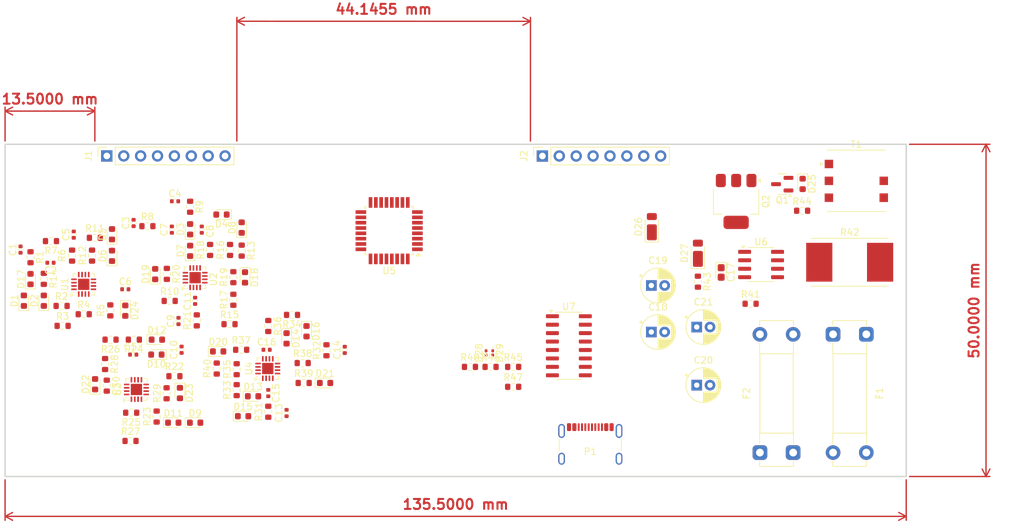
<source format=kicad_pcb>
(kicad_pcb (version 20240108) (generator "pcbnew") (generator_version "8.0")
  (layers (0 "F.Cu" signal) (31 "B.Cu" signal) (34 "B.Paste" user) (35 "F.Paste" user) (36 "B.SilkS" user "B.Silkscreen") (37 "F.SilkS" user "F.Silkscreen") (38 "B.Mask" user) (39 "F.Mask" user) (44 "Edge.Cuts" user))
  (net 0 "")
  (net 1 "Net-(C1-Pad1)")
  (net 2 "/Signal_Dampner/In1")
  (net 3 "Net-(D1-A)")
  (net 4 "GND")
  (net 5 "Net-(C3-Pad1)")
  (net 6 "/Signal_Dampner/In3")
  (net 7 "Net-(C4-Pad1)")
  (net 8 "/Signal_Dampner/In4")
  (net 9 "/Signal_Dampner/In2")
  (net 10 "Net-(C5-Pad1)")
  (net 11 "Net-(D5-A)")
  (net 12 "Net-(D3-A)")
  (net 13 "Net-(D4-A)")
  (net 14 "Net-(C9-Pad1)")
  (net 15 "/Signal_Dampner/In5")
  (net 16 "/Signal_Dampner/In6")
  (net 17 "Net-(C10-Pad1)")
  (net 18 "Net-(D9-A)")
  (net 19 "Net-(D10-A)")
  (net 20 "Net-(C13-Pad1)")
  (net 21 "/Signal_Dampner/In7")
  (net 22 "Net-(C14-Pad1)")
  (net 23 "/Signal_Dampner/In8")
  (net 24 "Net-(D13-A)")
  (net 25 "Net-(D14-A)")
  (net 26 "Net-(U6-TC)")
  (net 27 "Net-(U6-GND)")
  (net 28 "-12V")
  (net 29 "+12V")
  (net 30 "Net-(U5-VCC)")
  (net 31 "+5V")
  (net 32 "Net-(D1-K)")
  (net 33 "Net-(D2-K)")
  (net 34 "Net-(D3-K)")
  (net 35 "Net-(D4-K)")
  (net 36 "Net-(D5-K)")
  (net 37 "Net-(D6-K)")
  (net 38 "Net-(D7-K)")
  (net 39 "Net-(D8-K)")
  (net 40 "Net-(D11-A)")
  (net 41 "Net-(D10-K)")
  (net 42 "Net-(D11-K)")
  (net 43 "Net-(D12-K)")
  (net 44 "Net-(D13-K)")
  (net 45 "Net-(D14-K)")
  (net 46 "Net-(D15-K)")
  (net 47 "Net-(D16-K)")
  (net 48 "Net-(D17-A)")
  (net 49 "/Signal_Dampner/Trig_2")
  (net 50 "/Signal_Dampner/Trig_3")
  (net 51 "Net-(D18-A)")
  (net 52 "/Signal_Dampner/Trig_4")
  (net 53 "Net-(D19-A)")
  (net 54 "Net-(D20-A)")
  (net 55 "/Signal_Dampner/Trig_8")
  (net 56 "/Signal_Dampner/Trig_7")
  (net 58 "Net-(D22-A)")
  (net 59 "/Signal_Dampner/Trig_6")
  (net 60 "Net-(D23-A)")
  (net 61 "/Signal_Dampner/Trig_5")
  (net 62 "/Signal_Dampner/Trig_1")
  (net 63 "Net-(D24-A)")
  (net 64 "Net-(D25-K)")
  (net 65 "Net-(D25-A)")
  (net 66 "Net-(D26-A)")
  (net 67 "Net-(D27-K)")
  (net 68 "Net-(D27-A)")
  (net 69 "Net-(D28-A)")
  (net 70 "Net-(D28-K)")
  (net 71 "Net-(D29-A)")
  (net 72 "Net-(D29-K)")
  (net 73 "Net-(F1-Pad2)")
  (net 76 "Net-(P1-D-)")
  (net 79 "Net-(P1-D+)")
  (net 80 "Net-(Q2-D)")
  (net 81 "Net-(U1A--)")
  (net 82 "Net-(R3-Pad2)")
  (net 83 "Net-(U1C--)")
  (net 84 "Net-(R6-Pad2)")
  (net 85 "Net-(U2A--)")
  (net 86 "Net-(U2C--)")
  (net 87 "Net-(R15-Pad2)")
  (net 88 "Net-(R16-Pad2)")
  (net 89 "Net-(U3A--)")
  (net 90 "Net-(U3C--)")
  (net 91 "Net-(R25-Pad2)")
  (net 92 "Net-(R26-Pad2)")
  (net 93 "Net-(U4A--)")
  (net 94 "Net-(U4C--)")
  (net 95 "Net-(R35-Pad2)")
  (net 96 "Net-(R36-Pad2)")
  (net 97 "Net-(U4B--)")
  (net 98 "Net-(U6-DC)")
  (net 99 "Net-(R42-Pad2)")
  (net 100 "Net-(U6-Vfb)")
  (net 101 "Net-(U7-RXD)")
  (net 102 "Net-(U7-TXD)")
  (net 103 "Net-(U5-PB5)")
  (footprint "Resistor_SMD:R_0603_1608Metric" (layer "F.Cu") (at 19.3625 29.4 180)
    (property "Reference" "R24" (at 0 -1.43 0) (layer "F.SilkS"))
    (property "Value" "R")
    (pad "1" smd roundrect (at -0.825 0 180) (size 0.8 0.95) (layers "F.Cu" "F.Paste" "F.Mask") (net 43 "Net-(D12-K)"))
    (pad "2" smd roundrect (at 0.825 0 180) (size 0.8 0.95) (layers "F.Cu" "F.Paste" "F.Mask") (net 90 "Net-(U3C--)"))
  )
  (footprint "Diode_SMD:D_0603_1608Metric" (layer "F.Cu") (at 32.0375 31.175)
    (property "Reference" "D20" (at 0 -1.43 0) (layer "F.SilkS"))
    (property "Value" "D")
    (pad "1" smd roundrect (at -0.7875 0) (size 0.875 0.95) (layers "F.Cu" "F.Paste" "F.Mask") (net 55 "/Signal_Dampner/Trig_8"))
    (pad "2" smd roundrect (at 0.7875 0) (size 0.875 0.95) (layers "F.Cu" "F.Paste" "F.Mask") (net 54 "Net-(D20-A)"))
  )
  (footprint "Package_DFN_QFN:QFN-16-1EP_3x3mm_P0.5mm_EP1.7x1.7mm" (layer "F.Cu") (at 39.5 33.75 90)
    (property "Reference" "U4" (at 0 -2.83 90) (layer "F.SilkS"))
    (property "Value" "LM324")
    (pad "1" smd roundrect (at -1.4625 -0.75 90) (size 0.825 0.25) (layers "F.Cu" "F.Paste" "F.Mask") (net 95 "Net-(R35-Pad2)"))
    (pad "2" smd roundrect (at -1.4625 -0.25 90) (size 0.825 0.25) (layers "F.Cu" "F.Paste" "F.Mask") (net 93 "Net-(U4A--)"))
    (pad "3" smd roundrect (at -1.4625 0.25 90) (size 0.825 0.25) (layers "F.Cu" "F.Paste" "F.Mask") (net 4 "GND"))
    (pad "4" smd roundrect (at -1.4625 0.75 90) (size 0.825 0.25) (layers "F.Cu" "F.Paste" "F.Mask") (net 29 "+12V"))
    (pad "5" smd roundrect (at -0.75 1.4625 90) (size 0.25 0.825) (layers "F.Cu" "F.Paste" "F.Mask") (net 4 "GND"))
    (pad "6" smd roundrect (at -0.25 1.4625 90) (size 0.25 0.825) (layers "F.Cu" "F.Paste" "F.Mask") (net 97 "Net-(U4B--)"))
    (pad "7" smd roundrect (at 0.25 1.4625 90) (size 0.25 0.825) (layers "F.Cu" "F.Paste" "F.Mask") (net 56 "/Signal_Dampner/Trig_7"))
    (pad "8" smd roundrect (at 0.75 1.4625 90) (size 0.25 0.825) (layers "F.Cu" "F.Paste" "F.Mask") (net 96 "Net-(R36-Pad2)"))
    (pad "9" smd roundrect (at 1.4625 0.75 90) (size 0.825 0.25) (layers "F.Cu" "F.Paste" "F.Mask") (net 94 "Net-(U4C--)"))
    (pad "10" smd roundrect (at 1.4625 0.25 90) (size 0.825 0.25) (layers "F.Cu" "F.Paste" "F.Mask") (net 4 "GND"))
    (pad "11" smd roundrect (at 1.4625 -0.25 90) (size 0.825 0.25) (layers "F.Cu" "F.Paste" "F.Mask") (net 28 "-12V"))
    (pad "12" smd roundrect (at 1.4625 -0.75 90) (size 0.825 0.25) (layers "F.Cu" "F.Paste" "F.Mask") (net 4 "GND"))
    (pad "13" smd roundrect (at 0.75 -1.4625 90) (size 0.25 0.825) (layers "F.Cu" "F.Paste" "F.Mask") (net 54 "Net-(D20-A)"))
    (pad "14" smd roundrect (at 0.25 -1.4625 90) (size 0.25 0.825) (layers "F.Cu" "F.Paste" "F.Mask") (net 55 "/Signal_Dampner/Trig_8"))
    (pad "15" smd roundrect (at -0.25 -1.4625 90) (size 0.25 0.825) (layers "F.Cu" "F.Paste" "F.Mask"))
    (pad "16" smd roundrect (at -0.75 -1.4625 90) (size 0.25 0.825) (layers "F.Cu" "F.Paste" "F.Mask"))
    (pad "17" smd rect (at 0 0 90) (size 1.7 1.7) (property pad_prop_heatsink) (layers "F.Cu" "F.Mask"))
  )
  (footprint "Diode_SMD:D_0603_1608Metric" (layer "F.Cu") (at 48.1125 35.925)
    (property "Reference" "D21" (at 0 -1.43 0) (layer "F.SilkS"))
    (property "Value" "D")
    (pad "1" smd roundrect (at -0.7875 0) (size 0.875 0.95) (layers "F.Cu" "F.Paste" "F.Mask") (net 56 "/Signal_Dampner/Trig_7"))
    (pad "2" smd roundrect (at 0.7875 0) (size 0.875 0.95) (layers "F.Cu" "F.Paste" "F.Mask"))
  )
  (footprint "Capacitor_SMD:C_0402_1005Metric" (layer "F.Cu") (at 51.075 30.945 90)
    (property "Reference" "C14" (at 0 -1.16 90) (layer "F.SilkS"))
    (property "Value" "C")
    (pad "1" smd roundrect (at -0.48 0 90) (size 0.56 0.62) (layers "F.Cu" "F.Paste" "F.Mask") (net 22 "Net-(C14-Pad1)"))
    (pad "2" smd roundrect (at 0.48 0 90) (size 0.56 0.62) (layers "F.Cu" "F.Paste" "F.Mask") (net 23 "/Signal_Dampner/In8"))
  )
  (footprint "Resistor_SMD:R_0603_1608Metric" (layer "F.Cu") (at 8.5 24.325)
    (property "Reference" "R2" (at 0 -1.43 0) (layer "F.SilkS"))
    (property "Value" "56k")
    (pad "1" smd roundrect (at -0.825 0) (size 0.8 0.95) (layers "F.Cu" "F.Paste" "F.Mask") (net 33 "Net-(D2-K)"))
    (pad "2" smd roundrect (at 0.825 0) (size 0.8 0.95) (layers "F.Cu" "F.Paste" "F.Mask") (net 81 "Net-(U1A--)"))
  )
  (footprint "Diode_SMD:D_0603_1608Metric" (layer "F.Cu") (at 13.5375 36.1125 90)
    (property "Reference" "D22" (at 0 -1.43 90) (layer "F.SilkS"))
    (property "Value" "D")
    (pad "1" smd roundrect (at -0.7875 0 90) (size 0.875 0.95) (layers "F.Cu" "F.Paste" "F.Mask") (net 59 "/Signal_Dampner/Trig_6"))
    (pad "2" smd roundrect (at 0.7875 0 90) (size 0.875 0.95) (layers "F.Cu" "F.Paste" "F.Mask") (net 58 "Net-(D22-A)"))
  )
  (footprint "Resistor_SMD:R_0603_1608Metric" (layer "F.Cu") (at 104.175 20.675 -90)
    (property "Reference" "R43" (at 0 -1.43 90) (layer "F.SilkS"))
    (property "Value" "R")
    (pad "1" smd roundrect (at -0.825 0 270) (size 0.8 0.95) (layers "F.Cu" "F.Paste" "F.Mask") (net 67 "Net-(D27-K)"))
    (pad "2" smd roundrect (at 0.825 0 270) (size 0.8 0.95) (layers "F.Cu" "F.Paste" "F.Mask") (net 100 "Net-(U6-Vfb)"))
  )
  (footprint "Diode_SMD:D_0603_1608Metric" (layer "F.Cu") (at 22.575 19.5375 90)
    (property "Reference" "D19" (at 0 -1.43 90) (layer "F.SilkS"))
    (property "Value" "D")
    (pad "1" smd roundrect (at -0.7875 0 90) (size 0.875 0.95) (layers "F.Cu" "F.Paste" "F.Mask") (net 52 "/Signal_Dampner/Trig_4"))
    (pad "2" smd roundrect (at 0.7875 0 90) (size 0.875 0.95) (layers "F.Cu" "F.Paste" "F.Mask") (net 53 "Net-(D19-A)"))
  )
  (footprint "Package_SO:SOIC-16_3.9x9.9mm_P1.27mm" (layer "F.Cu") (at 84.775 30.325)
    (property "Reference" "U7" (at 0 -5.9 0) (layer "F.SilkS"))
    (property "Value" "CH340C")
    (pad "1" smd roundrect (at -2.475 -4.445) (size 1.95 0.6) (layers "F.Cu" "F.Paste" "F.Mask") (net 4 "GND"))
    (pad "2" smd roundrect (at -2.475 -3.175) (size 1.95 0.6) (layers "F.Cu" "F.Paste" "F.Mask") (net 102 "Net-(U7-TXD)"))
    (pad "3" smd roundrect (at -2.475 -1.905) (size 1.95 0.6) (layers "F.Cu" "F.Paste" "F.Mask") (net 101 "Net-(U7-RXD)"))
    (pad "4" smd roundrect (at -2.475 -0.635) (size 1.95 0.6) (layers "F.Cu" "F.Paste" "F.Mask"))
    (pad "5" smd roundrect (at -2.475 0.635) (size 1.95 0.6) (layers "F.Cu" "F.Paste" "F.Mask") (net 79 "Net-(P1-D+)"))
    (pad "6" smd roundrect (at -2.475 1.905) (size 1.95 0.6) (layers "F.Cu" "F.Paste" "F.Mask") (net 76 "Net-(P1-D-)"))
    (pad "7" smd roundrect (at -2.475 3.175) (size 1.95 0.6) (layers "F.Cu" "F.Paste" "F.Mask"))
    (pad "8" smd roundrect (at -2.475 4.445) (size 1.95 0.6) (layers "F.Cu" "F.Paste" "F.Mask"))
    (pad "9" smd roundrect (at 2.475 4.445) (size 1.95 0.6) (layers "F.Cu" "F.Paste" "F.Mask"))
    (pad "10" smd roundrect (at 2.475 3.175) (size 1.95 0.6) (layers "F.Cu" "F.Paste" "F.Mask"))
    (pad "11" smd roundrect (at 2.475 1.905) (size 1.95 0.6) (layers "F.Cu" "F.Paste" "F.Mask"))
    (pad "12" smd roundrect (at 2.475 0.635) (size 1.95 0.6) (layers "F.Cu" "F.Paste" "F.Mask"))
    (pad "13" smd roundrect (at 2.475 -0.635) (size 1.95 0.6) (layers "F.Cu" "F.Paste" "F.Mask"))
    (pad "14" smd roundrect (at 2.475 -1.905) (size 1.95 0.6) (layers "F.Cu" "F.Paste" "F.Mask"))
    (pad "15" smd roundrect (at 2.475 -3.175) (size 1.95 0.6) (layers "F.Cu" "F.Paste" "F.Mask"))
    (pad "16" smd roundrect (at 2.475 -4.445) (size 1.95 0.6) (layers "F.Cu" "F.Paste" "F.Mask") (net 31 "+5V"))
  )
  (footprint "Diode_SMD:D_0603_1608Metric" (layer "F.Cu") (at 42.325 29.2125 -90)
    (property "Reference" "D14" (at 0 -1.43 90) (layer "F.SilkS"))
    (property "Value" "D")
    (pad "1" smd roundrect (at -0.7875 0 270) (size 0.875 0.95) (layers "F.Cu" "F.Paste" "F.Mask") (net 45 "Net-(D14-K)"))
    (pad "2" smd roundrect (at 0.7875 0 270) (size 0.875 0.95) (layers "F.Cu" "F.Paste" "F.Mask") (net 25 "Net-(D14-A)"))
  )
  (footprint "Capacitor_SMD:C_0402_1005Metric" (layer "F.Cu") (at 42.325 40.445 90)
    (property "Reference" "C13" (at 0 -1.16 90) (layer "F.SilkS"))
    (property "Value" "100n")
    (pad "1" smd roundrect (at -0.48 0 90) (size 0.56 0.62) (layers "F.Cu" "F.Paste" "F.Mask") (net 20 "Net-(C13-Pad1)"))
    (pad "2" smd roundrect (at 0.48 0 90) (size 0.56 0.62) (layers "F.Cu" "F.Paste" "F.Mask") (net 21 "/Signal_Dampner/In7"))
  )
  (footprint "Package_SO:SOIC-8_3.9x4.9mm_P1.27mm" (layer "F.Cu") (at 113.675 18.095)
    (property "Reference" "U6" (at 0 -3.4 0) (layer "F.SilkS"))
    (property "Value" "MC34063AD")
    (pad "1" smd roundrect (at -2.475 -1.905) (size 1.95 0.6) (layers "F.Cu" "F.Paste" "F.Mask") (net 98 "Net-(U6-DC)"))
    (pad "2" smd roundrect (at -2.475 -0.635) (size 1.95 0.6) (layers "F.Cu" "F.Paste" "F.Mask") (net 65 "Net-(D25-A)"))
    (pad "3" smd roundrect (at -2.475 0.635) (size 1.95 0.6) (layers "F.Cu" "F.Paste" "F.Mask") (net 26 "Net-(U6-TC)"))
    (pad "4" smd roundrect (at -2.475 1.905) (size 1.95 0.6) (layers "F.Cu" "F.Paste" "F.Mask") (net 27 "Net-(U6-GND)"))
    (pad "5" smd roundrect (at 2.475 1.905) (size 1.95 0.6) (layers "F.Cu" "F.Paste" "F.Mask") (net 100 "Net-(U6-Vfb)"))
    (pad "6" smd roundrect (at 2.475 0.635) (size 1.95 0.6) (layers "F.Cu" "F.Paste" "F.Mask") (net 98 "Net-(U6-DC)"))
    (pad "7" smd roundrect (at 2.475 -0.635) (size 1.95 0.6) (layers "F.Cu" "F.Paste" "F.Mask") (net 98 "Net-(U6-DC)"))
    (pad "8" smd roundrect (at 2.475 -1.905) (size 1.95 0.6) (layers "F.Cu" "F.Paste" "F.Mask") (net 98 "Net-(U6-DC)"))
  )
  (footprint "Diode_SMD:D_0603_1608Metric" (layer "F.Cu") (at 45.325 28.1375 -90)
    (property "Reference" "D16" (at 0 -1.43 90) (layer "F.SilkS"))
    (property "Value" "D")
    (pad "1" smd roundrect (at -0.7875 0 270) (size 0.875 0.95) (layers "F.Cu" "F.Paste" "F.Mask") (net 47 "Net-(D16-K)"))
    (pad "2" smd roundrect (at 0.7875 0 270) (size 0.875 0.95) (layers "F.Cu" "F.Paste" "F.Mask") (net 45 "Net-(D14-K)"))
  )
  (footprint "Resistor_SMD:R_0603_1608Metric" (layer "F.Cu") (at 15.8625 29.4 180)
    (property "Reference" "R26" (at 0 -1.43 0) (layer "F.SilkS"))
    (property "Value" "R")
    (pad "1" smd roundrect (at -0.825 0 180) (size 0.8 0.95) (layers "F.Cu" "F.Paste" "F.Mask") (net 90 "Net-(U3C--)"))
    (pad "2" smd roundrect (at 0.825 0 180) (size 0.8 0.95) (layers "F.Cu" "F.Paste" "F.Mask") (net 92 "Net-(R26-Pad2)"))
  )
  (footprint "Resistor_SMD:R_0603_1608Metric" (layer "F.Cu") (at 24.2875 37.475 90)
    (property "Reference" "R29" (at 0 -1.43 90) (layer "F.SilkS"))
    (property "Value" "R")
    (pad "1" smd roundrect (at -0.825 0 90) (size 0.8 0.95) (layers "F.Cu" "F.Paste" "F.Mask") (net 60 "Net-(D23-A)"))
    (pad "2" smd roundrect (at 0.825 0 90) (size 0.8 0.95) (layers "F.Cu" "F.Paste" "F.Mask") (net 61 "/Signal_Dampner/Trig_5"))
  )
  (footprint "Connector_PinSocket_2.54mm:PinSocket_1x08_P2.54mm_Vertical" (layer "F.Cu") (at 80.795518 1.760076 90)
    (property "Reference" "J2" (at 0 -2.77 90) (layer "F.SilkS"))
    (property "Value" "Conn_01x08")
    (pad "1" thru_hole rect (at 0 0 90) (size 1.7 1.7) (drill 1) (layers "*.Cu" "*.Mask") (net 4 "GND"))
    (pad "2" thru_hole oval (at 0 2.54 90) (size 1.7 1.7) (drill 1) (layers "*.Cu" "*.Mask") (net 4 "GND"))
    (pad "3" thru_hole oval (at 0 5.08 90) (size 1.7 1.7) (drill 1) (layers "*.Cu" "*.Mask") (net 4 "GND"))
    (pad "4" thru_hole oval (at 0 7.62 90) (size 1.7 1.7) (drill 1) (layers "*.Cu" "*.Mask") (net 4 "GND"))
    (pad "5" thru_hole oval (at 0 10.16 90) (size 1.7 1.7) (drill 1) (layers "*.Cu" "*.Mask") (net 4 "GND"))
    (pad "6" thru_hole oval (at 0 12.7 90) (size 1.7 1.7) (drill 1) (layers "*.Cu" "*.Mask") (net 4 "GND"))
    (pad "7" thru_hole oval (at 0 15.24 90) (size 1.7 1.7) (drill 1) (layers "*.Cu" "*.Mask") (net 4 "GND"))
    (pad "8" thru_hole oval (at 0 17.78 90) (size 1.7 1.7) (drill 1) (layers "*.Cu" "*.Mask") (net 4 "GND"))
  )
  (footprint "Resistor_SMD:R_0603_1608Metric" (layer "F.Cu") (at 39.575 27.35 -90)
    (property "Reference" "R36" (at 0 -1.43 90) (layer "F.SilkS"))
    (property "Value" "R")
    (pad "1" smd roundrect (at -0.825 0 270) (size 0.8 0.95) (layers "F.Cu" "F.Paste" "F.Mask") (net 94 "Net-(U4C--)"))
    (pad "2" smd roundrect (at 0.825 0 270) (size 0.8 0.95) (layers "F.Cu" "F.Paste" "F.Mask") (net 96 "Net-(R36-Pad2)"))
  )
  (footprint "Package_TO_SOT_SMD:SOT-223" (layer "F.Cu") (at 109.925 8.6 -90)
    (property "Reference" "Q2" (at 0 -4.5 90) (layer "F.SilkS"))
    (property "Value" "Q_NMOS_DGS")
    (pad "1" smd roundrect (at -3.15 -2.3 270) (size 2 1.5) (layers "F.Cu" "F.Paste" "F.Mask") (net 80 "Net-(Q2-D)"))
    (pad "2" smd roundrect (at -3.15 0 270) (size 2 1.5) (layers "F.Cu" "F.Paste" "F.Mask") (net 64 "Net-(D25-K)"))
    (pad "3" smd roundrect (at -3.15 2.3 270) (size 2 1.5) (layers "F.Cu" "F.Paste" "F.Mask") (net 4 "GND"))
    (pad "4" smd roundrect (at 3.15 0 270) (size 2 3.8) (layers "F.Cu" "F.Paste" "F.Mask"))
  )
  (footprint "Resistor_SMD:R_0603_1608Metric" (layer "F.Cu") (at 35.5 30.925)
    (property "Reference" "R37" (at 0 -1.43 0) (layer "F.SilkS"))
    (property "Value" "R")
    (pad "1" smd roundrect (at -0.825 0) (size 0.8 0.95) (layers "F.Cu" "F.Paste" "F.Mask") (net 95 "Net-(R35-Pad2)"))
    (pad "2" smd roundrect (at 0.825 0) (size 0.8 0.95) (layers "F.Cu" "F.Paste" "F.Mask") (net 97 "Net-(U4B--)"))
  )
  (footprint "Capacitor_SMD:C_0402_1005Metric" (layer "F.Cu") (at 6.825 17.825 180)
    (property "Reference" "C2" (at 0 -1.16 0) (layer "F.SilkS"))
    (property "Value" "330n")
    (pad "1" smd roundrect (at -0.48 0 180) (size 0.56 0.62) (layers "F.Cu" "F.Paste" "F.Mask") (net 4 "GND"))
    (pad "2" smd roundrect (at 0.48 0 180) (size 0.56 0.62) (layers "F.Cu" "F.Paste" "F.Mask") (net 3 "Net-(D1-A)"))
  )
  (footprint "Resistor_SMD:R_Shunt_Vishay_WSR2_WSR3" (layer "F.Cu") (at 127 17.75)
    (property "Reference" "R42" (at 0 -4.5 0) (layer "F.SilkS"))
    (property "Value" "R")
    (pad "1" smd rect (at -4.575 0) (size 3.94 5.84) (layers "F.Cu" "F.Paste" "F.Mask") (net 73 "Net-(F1-Pad2)"))
    (pad "2" smd rect (at 4.575 0) (size 3.94 5.84) (layers "F.Cu" "F.Paste" "F.Mask") (net 99 "Net-(R42-Pad2)"))
  )
  (footprint "Capacitor_SMD:C_0402_1005Metric" (layer "F.Cu") (at 25.075 12.845 90)
    (property "Reference" "C7" (at 0 -1.16 90) (layer "F.SilkS"))
    (property "Value" "C")
    (pad "1" smd roundrect (at -0.48 0 90) (size 0.56 0.62) (layers "F.Cu" "F.Paste" "F.Mask") (net 4 "GND"))
    (pad "2" smd roundrect (at 0.48 0 90) (size 0.56 0.62) (layers "F.Cu" "F.Paste" "F.Mask") (net 12 "Net-(D3-A)"))
  )
  (footprint "Resistor_SMD:R_0603_1608Metric" (layer "F.Cu") (at 24.325 19.5 -90)
    (property "Reference" "R20" (at 0 -1.43 90) (layer "F.SilkS"))
    (property "Value" "R")
    (pad "1" smd roundrect (at -0.825 0 270) (size 0.8 0.95) (layers "F.Cu" "F.Paste" "F.Mask") (net 53 "Net-(D19-A)"))
    (pad "2" smd roundrect (at 0.825 0 270) (size 0.8 0.95) (layers "F.Cu" "F.Paste" "F.Mask") (net 52 "/Signal_Dampner/Trig_4"))
  )
  (footprint "Diode_SMD:D_0603_1608Metric" (layer "F.Cu") (at 27.825 16.0375 90)
    (property "Reference" "D7" (at 0 -1.43 90) (layer "F.SilkS"))
    (property "Value" "D")
    (pad "1" smd roundrect (at -0.7875 0 90) (size 0.875 0.95) (layers "F.Cu" "F.Paste" "F.Mask") (net 38 "Net-(D7-K)"))
    (pad "2" smd roundrect (at 0.7875 0 90) (size 0.875 0.95) (layers "F.Cu" "F.Paste" "F.Mask") (net 34 "Net-(D3-K)"))
  )
  (footprint "Resistor_SMD:R_0603_1608Metric" (layer "F.Cu") (at 44.75 32.925)
    (property "Reference" "R38" (at 0 -1.43 0) (layer "F.SilkS"))
    (property "Value" "R")
    (pad "1" smd roundrect (at -0.825 0) (size 0.8 0.95) (layers "F.Cu" "F.Paste" "F.Mask") (net 96 "Net-(R36-Pad2)"))
    (pad "2" smd roundrect (at 0.825 0) (size 0.8 0.95) (layers "F.Cu" "F.Paste" "F.Mask") (net 54 "Net-(D20-A)"))
  )
  (footprint "Resistor_SMD:R_0603_1608Metric" (layer "F.Cu") (at 27.825 9.4 -90)
    (property "Reference" "R9" (at 0 -1.43 90) (layer "F.SilkS"))
    (property "Value" "R")
    (pad "1" smd roundrect (at -0.825 0 270) (size 0.8 0.95) (layers "F.Cu" "F.Paste" "F.Mask") (net 7 "Net-(C4-Pad1)"))
    (pad "2" smd roundrect (at 0.825 0 270) (size 0.8 0.95) (layers "F.Cu" "F.Paste" "F.Mask") (net 13 "Net-(D4-A)"))
  )
  (footprint "Capacitor_SMD:C_0402_1005Metric" (layer "F.Cu") (at 26.5375 30.92 90)
    (property "Reference" "C10" (at 0 -1.16 90) (layer "F.SilkS"))
    (property "Value" "C")
    (pad "1" smd roundrect (at -0.48 0 90) (size 0.56 0.62) (layers "F.Cu" "F.Paste" "F.Mask") (net 17 "Net-(C10-Pad1)"))
    (pad "2" smd roundrect (at 0.48 0 90) (size 0.56 0.62) (layers "F.Cu" "F.Paste" "F.Mask") (net 16 "/Signal_Dampner/In6"))
  )
  (footprint "Resistor_SMD:R_0603_1608Metric" (layer "F.Cu") (at 10.075 16.75 90)
    (property "Reference" "R6" (at 0 -1.5375 90) (layer "F.SilkS"))
    (property "Value" "R")
    (pad "1" smd roundrect (at -0.825 0 90) (size 0.8 0.95) (layers "F.Cu" "F.Paste" "F.Mask") (net 83 "Net-(U1C--)"))
    (pad "2" smd roundrect (at 0.825 0 90) (size 0.8 0.95) (layers "F.Cu" "F.Paste" "F.Mask") (net 84 "Net-(R6-Pad2)"))
  )
  (footprint "Diode_SMD:D_0603_1608Metric" (layer "F.Cu") (at 27.825 12.7875 90)
    (property "Reference" "D3" (at 0 -1.43 90) (layer "F.SilkS"))
    (property "Value" "D")
    (pad "1" smd roundrect (at -0.7875 0 90) (size 0.875 0.95) (layers "F.Cu" "F.Paste" "F.Mask") (net 34 "Net-(D3-K)"))
    (pad "2" smd roundrect (at 0.7875 0 90) (size 0.875 0.95) (layers "F.Cu" "F.Paste" "F.Mask") (net 12 "Net-(D3-A)"))
  )
  (footprint "Capacitor_SMD:C_0402_1005Metric" (layer "F.Cu") (at 18.075 21.825)
    (property "Reference" "C6" (at 0 -1.16 0) (layer "F.SilkS"))
    (property "Value" "C")
    (pad "1" smd roundrect (at -0.48 0) (size 0.56 0.62) (layers "F.Cu" "F.Paste" "F.Mask") (net 4 "GND"))
    (pad "2" smd roundrect (at 0.48 0) (size 0.56 0.62) (layers "F.Cu" "F.Paste" "F.Mask") (net 11 "Net-(D5-A)"))
  )
  (footprint "LED_SMD:LED_0201_0603Metric" (layer "F.Cu") (at 72.325 31.405 90)
    (property "Reference" "D28" (at 0 -1.05 90) (layer "F.SilkS"))
    (property "Value" "LED")
    (pad "1" smd roundrect (at -0.32 0 90) (size 0.46 0.4) (layers "F.Cu" "F.Mask") (net 70 "Net-(D28-K)"))
    (pad "2" smd roundrect (at 0.32 0 90) (size 0.46 0.4) (layers "F.Cu" "F.Mask") (net 69 "Net-(D28-A)"))
  )
  (footprint "Resistor_SMD:R_0603_1608Metric" (layer "F.Cu") (at 6.9 14.575 180)
    (property "Reference" "R7" (at 0 -1.43 0) (layer "F.SilkS"))
    (property "Value" "R")
    (pad "1" smd roundrect (at -0.825 0 180) (size 0.8 0.95) (layers "F.Cu" "F.Paste" "F.Mask") (net 84 "Net-(R6-Pad2)"))
    (pad "2" smd roundrect (at 0.825 0 180) (size 0.8 0.95) (layers "F.Cu" "F.Paste" "F.Mask") (net 48 "Net-(D17-A)"))
  )
  (footprint "Capacitor_Tantalum_SMD:CP_EIA-1608-08_AVX-J" (layer "F.Cu") (at 107.675 19.2875 -90)
    (property "Reference" "C17" (at 0 -1.48 90) (layer "F.SilkS"))
    (property "Value" "C")
    (pad "1" smd roundrect (at -0.7125 0 270) (size 1.075 1.05) (layers "F.Cu" "F.Paste" "F.Mask") (roundrect_rratio 0.238095) (net 26 "Net-(U6-TC)"))
    (pad "2" smd roundrect (at 0.7125 0 270) (size 1.075 1.05) (layers "F.Cu" "F.Paste" "F.Mask") (roundrect_rratio 0.238095) (net 27 "Net-(U6-GND)"))
  )
  (footprint "Capacitor_SMD:C_0402_1005Metric" (layer "F.Cu") (at 2.325 15.845 90)
    (property "Reference" "C1" (at 0 -1.16 90) (layer "F.SilkS"))
    (property "Value" "100n")
    (pad "1" smd roundrect (at -0.48 0 90) (size 0.56 0.62) (layers "F.Cu" "F.Paste" "F.Mask") (net 1 "Net-(C1-Pad1)"))
    (pad "2" smd roundrect (at 0.48 0 90) (size 0.56 0.62) (layers "F.Cu" "F.Paste" "F.Mask") (net 2 "/Signal_Dampner/In1"))
  )
  (footprint "Resistor_SMD:R_0603_1608Metric" (layer "F.Cu") (at 15.2875 36.325 -90)
    (property "Reference" "R30" (at 0 -1.43 90) (layer "F.SilkS"))
    (property "Value" "R")
    (pad "1" smd roundrect (at -0.825 0 270) (size 0.8 0.95) (layers "F.Cu" "F.Paste" "F.Mask") (net 58 "Net-(D22-A)"))
    (pad "2" smd roundrect (at 0.825 0 270) (size 0.8 0.95) (layers "F.Cu" "F.Paste" "F.Mask") (net 59 "/Signal_Dampner/Trig_6"))
  )
  (footprint "Resistor_SMD:R_0603_1608Metric" (layer "F.Cu") (at 34.825 37 90)
    (property "Reference" "R33" (at 0 -1.43 90) (layer "F.SilkS"))
    (property "Value" "R")
    (pad "1" smd roundrect (at -0.825 0 90) (size 0.8 0.95) (layers "F.Cu" "F.Paste" "F.Mask") (net 46 "Net-(D15-K)"))
    (pad "2" smd roundrect (at 0.825 0 90) (size 0.8 0.95) (layers "F.Cu" "F.Paste" "F.Mask") (net 93 "Net-(U4A--)"))
  )
  (footprint "Resistor_SMD:R_0603_1608Metric" (layer "F.Cu") (at 13.075 16.75 90)
    (property "Reference" "R12" (at 0 -1.43 90) (layer "F.SilkS"))
    (property "Value" "R")
    (pad "1" smd roundrect (at -0.825 0 90) (size 0.8 0.95) (layers "F.Cu" "F.Paste" "F.Mask") (net 37 "Net-(D6-K)"))
    (pad "2" smd roundrect (at 0.825 0 90) (size 0.8 0.95) (layers "F.Cu" "F.Paste" "F.Mask") (net 83 "Net-(U1C--)"))
  )
  (footprint "Capacitor_SMD:C_0402_1005Metric" (layer "F.Cu") (at 28.575 23.555 90)
    (property "Reference" "C11" (at 0 -1.16 90) (layer "F.SilkS"))
    (property "Value" "C")
    (pad "1" smd roundrect (at -0.48 0 90) (size 0.56 0.62) (layers "F.Cu" "F.Paste" "F.Mask") (net 4 "GND"))
    (pad "2" smd roundrect (at 0.48 0 90) (size 0.56 0.62) (layers "F.Cu" "F.Paste" "F.Mask") (net 18 "Net-(D9-A)"))
  )
  (footprint "Resistor_SMD:R_0603_1608Metric" (layer "F.Cu") (at 73 33.5)
    (property "Reference" "R46" (at 0 -1.43 0) (layer "F.SilkS"))
    (property "Value" "1k")
    (pad "1" smd roundrect (at -0.825 0) (size 0.8 0.95) (layers "F.Cu" "F.Paste" "F.Mask") (net 71 "Net-(D29-A)"))
    (pad "2" smd roundrect (at 0.825 0) (size 0.8 0.95) (layers "F.Cu" "F.Paste" "F.Mask") (net 31 "+5V"))
  )
  (footprint "Capacitor_THT:CP_Radial_D5.0mm_P2.00mm" (layer "F.Cu") (at 104 36.25)
    (property "Reference" "C20" (at 1 -3.75 0) (layer "F.SilkS"))
    (property "Value" "C_Polarized")
    (pad "1" thru_hole rect (at 0 0) (size 1.6 1.6) (drill 0.8) (layers "*.Cu" "*.Mask") (net 30 "Net-(U5-VCC)"))
    (pad "2" thru_hole circle (at 2 0) (size 1.6 1.6) (drill 0.8) (layers "*.Cu" "*.Mask") (net 4 "GND"))
  )
  (footprint "Resistor_SMD:R_0603_1608Metric" (layer "F.Cu") (at 35.575 16 -90)
    (property "Reference" "R13" (at 0 -1.43 90) (layer "F.SilkS"))
    (property "Value" "R")
    (pad "1" smd roundrect (at -0.825 0 270) (size 0.8 0.95) (layers "F.Cu" "F.Paste" "F.Mask") (net 39 "Net-(D8-K)"))
    (pad "2" smd roundrect (at 0.825 0 270) (size 0.8 0.95) (layers "F.Cu" "F.Paste" "F.Mask") (net 86 "Net-(U2C--)"))
  )
  (footprint "Resistor_SMD:R_0603_1608Metric" (layer "F.Cu") (at 33.825 15.9 90)
    (property "Reference" "R16" (at 0 -1.43 90) (layer "F.SilkS"))
    (property "Value" "R")
    (pad "1" smd roundrect (at -0.825 0 90) (size 0.8 0.95) (layers "F.Cu" "F.Paste" "F.Mask") (net 86 "Net-(U2C--)"))
    (pad "2" smd roundrect (at 0.825 0 90) (size 0.8 0.95) (layers "F.Cu" "F.Paste" "F.Mask") (net 88 "Net-(R16-Pad2)"))
  )
  (footprint "Diode_SMD:D_0603_1608Metric" (layer "F.Cu") (at 18.075 25.0375 -90)
    (property "Reference" "D24" (at 0 -1.43 90) (layer "F.SilkS"))
    (property "Value" "D")
    (pad "1" smd roundrect (at -0.7875 0 270) (size 0.875 0.95) (layers "F.Cu" "F.Paste" "F.Mask") (net 62 "/Signal_Dampner/Trig_1"))
    (pad "2" smd roundrect (at 0.7875 0 270) (size 0.875 0.95) (layers "F.Cu" "F.Paste" "F.Mask") (net 63 "Net-(D24-A)"))
  )
  (footprint "Resistor_SMD:R_0603_1608Metric" (layer "F.Cu") (at 43.15 25.675 180)
    (property "Reference" "R34" (at 0 -1.43 0) (layer "F.SilkS"))
    (property "Value" "R")
    (pad "1" smd roundrect (at -0.825 0 180) (size 0.8 0.95) (layers "F.Cu" "F.Paste" "F.Mask") (net 47 "Net-(D16-K)"))
    (pad "2" smd roundrect (at 0.825 0 180) (size 0.8 0.95) (layers "F.Cu" "F.Paste" "F.Mask") (net 94 "Net-(U4C--)"))
  )
  (footprint "Diode_SMD:D_PowerDI-123" (layer "F.Cu") (at 97.25 12.4 90)
    (property "Reference" "D26" (at 0 -2 90) (layer "F.SilkS"))
    (property "Value" "D")
    (pad "1" smd roundrect (at -0.85 0 270) (size 2.4 1.5) (layers "F.Cu" "F.Paste" "F.Mask") (roundrect_rratio 0.1666666667) (net 29 "+12V"))
    (pad "2" smd roundrect (at 1.525 0 270) (size 1.05 1.5) (layers "F.Cu" "F.Paste" "F.Mask") (roundrect_rratio 0.2380952381) (net 66 "Net-(D26-A)"))
  )
  (footprint "Diode_SMD:D_0603_1608Metric" (layer "F.Cu") (at 16.075 13.5375 90)
    (property "Reference" "D5" (at 0 -1.43 90) (layer "F.SilkS"))
    (property "Value" "D")
    (pad "1" smd roundrect (at -0.7875 0 90) (size 0.875 0.95) (layers "F.Cu" "F.Paste" "F.Mask") (net 36 "Net-(D5-K)"))
    (pad "2" smd roundrect (at 0.7875 0 90) (size 0.875 0.95) (layers "F.Cu" "F.Paste" "F.Mask") (net 11 "Net-(D5-A)"))
  )
  (footprint "Resistor_SMD:R_0603_1608Metric" (layer "F.Cu") (at 30.825 15.9 90)
    (property "Reference" "R18" (at 0 -1.43 90) (layer "F.SilkS"))
    (property "Value" "R")
    (pad "1" smd roundrect (at -0.825 0 90) (size 0.8 0.95) (layers "F.Cu" "F.Paste" "F.Mask") (net 88 "Net-(R16-Pad2)"))
    (pad "2" smd roundrect (at 0.825 0 90) (size 0.8 0.95) (layers "F.Cu" "F.Paste" "F.Mask") (net 53 "Net-(D19-A)"))
  )
  (footprint "Resistor_SMD:R_0603_1608Metric" (layer "F.Cu") (at 34.325 20 90)
    (property "Reference" "R19" (at 0 -1.43 90) (layer "F.SilkS"))
    (property "Value" "R")
    (pad "1" smd roundrect (at -0.825 0 90) (size 0.8 0.95) (layers "F.Cu" "F.Paste" "F.Mask") (net 51 "Net-(D18-A)"))
    (pad "2" smd roundrect (at 0.825 0 90) (size 0.8 0.95) (layers "F.Cu" "F.Paste" "F.Mask") (net 50 "/Signal_Dampner/Trig_3"))
  )
  (footprint "Transformer_SMD:Pulse_PA2002NL-PA2008NL-PA2009NL" (layer "F.Cu") (at 128 5.5)
    (property "Reference" "T1" (at 0 -5.5 0) (layer "F.SilkS"))
    (property "Value" "P0544NL")
    (pad "1" smd rect (at -4.125 -2.54) (size 1.27 1.27) (layers "F.Cu" "F.Paste" "F.Mask") (net 99 "Net-(R42-Pad2)"))
    (pad "2" smd rect (at -4.125 0) (size 1.27 1.27) (layers "F.Cu" "F.Paste" "F.Mask"))
    (pad "3" smd rect (at -4.125 2.54) (size 1.27 1.27) (layers "F.Cu" "F.Paste" "F.Mask") (net 66 "Net-(D26-A)"))
    (pad "4" smd rect (at 4.125 2.54) (size 1.27 1.27) (layers "F.Cu" "F.Paste" "F.Mask") (net 68 "Net-(D27-A)"))
    (pad "5" smd rect (at 4.125 0) (size 1.27 1.27) (layers "F.Cu" "F.Paste" "F.Mask") (net 4 "GND"))
    (pad "6" smd rect (at 4.125 2.54) (size 1.27 1.27) (layers "F.Cu" "F.Paste" "F.Mask") (net 28 "-12V"))
  )
  (footprint "Diode_SMD:D_0603_1608Metric" (layer "F.Cu") (at 28.575 41.9)
    (property "Reference" "D9" (at 0 -1.43 0) (layer "F.SilkS"))
    (property "Value" "D")
    (pad "1" smd roundrect (at -0.7875 0) (size 0.875 0.95) (layers "F.Cu" "F.Paste" "F.Mask") (net 40 "Net-(D11-A)"))
    (pad "2" smd roundrect (at 0.7875 0) (size 0.875 0.95) (layers "F.Cu" "F.Paste" "F.Mask") (net 18 "Net-(D9-A)"))
  )
  (footprint "Package_QFP:TQFP-32_7x7mm_P0.8mm" (layer "F.Cu") (at 57.75 13 180)
    (property "Reference" "U5" (at 0 -6.05 0) (layer "F.SilkS"))
    (property "Value" "ATmega328PB-A")
    (pad "1" smd rect (at -4.25 -2.8 180) (size 1.6 0.55) (layers "F.Cu" "F.Paste" "F.Mask"))
    (pad "2" smd rect (at -4.25 -2 180) (size 1.6 0.55) (layers "F.Cu" "F.Paste" "F.Mask"))
    (pad "3" smd rect (at -4.25 -1.2 180) (size 1.6 0.55) (layers "F.Cu" "F.Paste" "F.Mask"))
    (pad "4" smd rect (at -4.25 -0.4 180) (size 1.6 0.55) (layers "F.Cu" "F.Paste" "F.Mask") (net 30 "Net-(U5-VCC)"))
    (pad "5" smd rect (at -4.25 0.4 180) (size 1.6 0.55) (layers "F.Cu" "F.Paste" "F.Mask") (net 4 "GND"))
    (pad "6" smd rect (at -4.25 1.2 180) (size 1.6 0.55) (layers "F.Cu" "F.Paste" "F.Mask"))
    (pad "7" smd rect (at -4.25 2 180) (size 1.6 0.55) (layers "F.Cu" "F.Paste" "F.Mask") (net 103 "Net-(U5-PB5)"))
    (pad "8" smd rect (at -4.25 2.8 180) (size 1.6 0.55) (layers "F.Cu" "F.Paste" "F.Mask") (net 103 "Net-(U5-PB5)"))
    (pad "9" smd rect (at -2.8 4.25 270) (size 1.6 0.55) (layers "F.Cu" "F.Paste" "F.Mask"))
    (pad "10" smd rect (at -2 4.25 270) (size 1.6 0.55) (layers "F.Cu" "F.Paste" "F.Mask"))
    (pad "11" smd rect (at -1.2 4.25 270) (size 1.6 0.55) (layers "F.Cu" "F.Paste" "F.Mask"))
    (pad "12" smd rect (at -0.4 4.25 270) (size 1.6 0.55) (layers "F.Cu" "F.Paste" "F.Mask"))
    (pad "13" smd rect (at 0.4 4.25 270) (size 1.6 0.55) (layers "F.Cu" "F.Paste" "F.Mask"))
    (pad "14" smd rect (at 1.2 4.25 270) (size 1.6 0.55) (layers "F.Cu" "F.Paste" "F.Mask"))
    (pad "15" smd rect (at 2 4.25 270) (size 1.6 0.55) (layers "F.Cu" "F.Paste" "F.Mask"))
    (pad "16" smd rect (at 2.8 4.25 270) (size 1.6 0.55) (layers "F.Cu" "F.Paste" "F.Mask"))
    (pad "17" smd rect (at 4.25 2.8 180) (size 1.6 0.55) (layers "F.Cu" "F.Paste" "F.Mask") (net 103 "Net-(U5-PB5)"))
    (pad "18" smd rect (at 4.25 2 180) (size 1.6 0.55) (layers "F.Cu" "F.Paste" "F.Mask"))
    (pad "19" smd rect (at 4.25 1.2 180) (size 1.6 0.55) (layers "F.Cu" "F.Paste" "F.Mask"))
    (pad "20" smd rect (at 4.25 0.4 180) (size 1.6 0.55) (layers "F.Cu" "F.Paste" "F.Mask"))
    (pad "21" smd rect (at 4.25 -0.4 180) (size 1.6 0.55) (layers "F.Cu" "F.Paste" "F.Mask") (net 4 "GND"))
    (pad "22" smd rect (at 4.25 -1.2 180) (size 1.6 0.55) (layers "F.Cu" "F.Paste" "F.Mask"))
    (pad "23" smd rect (at 4.25 -2 180) (size 1.6 0.55) (layers "F.Cu" "F.Paste" "F.Mask") (net 103 "Net-(U5-PB5)"))
    (pad "24" smd rect (at 4.25 -2.8 180) (size 1.6 0.55) (layers "F.Cu" "F.Paste" "F.Mask") (net 103 "Net-(U5-PB5)"))
    (pad "25" smd rect (at 2.8 -4.25 270) (size 1.6 0.55) (layers "F.Cu" "F.Paste" "F.Mask") (net 103 "Net-(U5-PB5)"))
    (pad "26" smd rect (at 2 -4.25 270) (size 1.6 0.55) (layers "F.Cu" "F.Paste" "F.Mask") (net 103 "Net-(U5-PB5)"))
    (pad "27" smd rect (at 1.2 -4.25 270) (size 1.6 0.55) (layers "F.Cu" "F.Paste" "F.Mask"))
    (pad "28" smd rect (at 0.4 -4.25 270) (size 1.6 0.55) (layers "F.Cu" "F.Paste" "F.Mask"))
    (pad "29" smd rect (at -0.4 -4.25 270) (size 1.6 0.55) (layers "F.Cu" "F.Paste" "F.Mask"))
    (pad "30" smd rect (at -1.2 -4.25 270) (size 1.6 0.55) (layers "F.Cu" "F.Paste" "F.Mask") (net 70 "Net-(D28-K)"))
    (pad "31" smd rect (at -2 -4.25 270) (size 1.6 0.55) (layers "F.Cu" "F.Paste" "F.Mask") (net 72 "Net-(D29-K)"))
    (pad "32" smd rect (at -2.8 -4.25 270) (size 1.6 0.55) (layers "F.Cu" "F.Paste" "F.Mask"))
  )
  (footprint "Capacitor_THT:CP_Radial_D5.0mm_P2.00mm" (layer "F.Cu") (at 104 27.5)
    (property "Reference" "C21" (at 1 -3.75 0) (layer "F.SilkS"))
    (property "Value" "C_Polarized")
    (pad "1" thru_hole rect (at 0 0) (size 1.6 1.6) (drill 0.8) (layers "*.Cu" "*.Mask") (net 31 "+5V"))
    (pad "2" thru_hole circle (at 2 0) (size 1.6 1.6) (drill 0.8) (layers "*.Cu" "*.Mask") (net 4 "GND"))
  )
  (footprint "Diode_SMD:D_0603_1608Metric" (layer "F.Cu") (at 35.7875 40.925)
    (property "Reference" "D15" (at 0 -1.43 0) (layer "F.SilkS"))
    (property "Value" "D")
    (pad "1" smd roundrect (at -0.7875 0) (size 0.875 0.95) (layers "F.Cu" "F.Paste" "F.Mask") (net 46 "Net-(D15-K)"))
    (pad "2" smd roundrect (at 0.7875 0) (size 0.875 0.95) (layers "F.Cu" "F.Paste" "F.Mask") (net 44 "Net-(D13-K)"))
  )
  (footprint "Diode_SMD:D_PowerDI-123" (layer "F.Cu") (at 104.175 16.4 90)
    (property "Reference" "D27" (at 0 -2 90) (layer "F.SilkS"))
    (property "Value" "D")
    (pad "1" smd roundrect (at -0.85 0 270) (size 2.4 1.5) (layers "F.Cu" "F.Paste" "F.Mask") (roundrect_rratio 0.1666666667) (net 67 "Net-(D27-K)"))
    (pad "2" smd roundrect (at 1.525 0 270) (size 1.05 1.5) (layers "F.Cu" "F.Paste" "F.Mask") (roundrect_rratio 0.2380952381) (net 68 "Net-(D27-A)"))
  )
  (footprint "Package_DFN_QFN:QFN-16-1EP_3x3mm_P0.5mm_EP1.7x1.7mm" (layer "F.Cu") (at 11.825 21.075 90)
    (property "Reference" "U1" (at 0 -2.83 90) (layer "F.SilkS"))
    (property "Value" "LM324")
    (pad "1" smd roundrect (at -1.4625 -0.75 90) (size 0.825 0.25) (layers "F.Cu" "F.Paste" "F.Mask") (net 82 "Net-(R3-Pad2)"))
    (pad "2" smd roundrect (at -1.4625 -0.25 90) (size 0.825 0.25) (layers "F.Cu" "F.Paste" "F.Mask") (net 81 "Net-(U1A--)"))
    (pad "3" smd roundrect (at -1.4625 0.25 90) (size 0.825 0.25) (layers "F.Cu" "F.Paste" "F.Mask") (net 4 "GND"))
    (pad "4" smd roundrect (at -1.4625 0.75 90) (size 0.825 0.25) (layers "F.Cu" "F.Paste" "F.Mask") (net 29 "+12V"))
    (pad "5" smd roundrect (at -0.75 1.4625 90) (size 0.25 0.825) (layers "F.Cu" "F.Paste" "F.Mask") (net 4 "GND"))
    (pad "6" smd roundrect (at -0.25 1.4625 90) (size 0.25 0.825) (layers "F.Cu" "F.Paste" "F.Mask") (net 63 "Net-(D24-A)"))
    (pad "7" smd roundrect (at 0.25 1.4625 90) (size 0.25 0.825) (layers "F.Cu" "F.Paste" "F.Mask") (net 62 "/Signal_Dampner/Trig_1"))
    (pad "8" smd roundrect (at 0.75 1.4625 90) (size 0.25 0.825) (layers "F.Cu" "F.Paste" "F.Mask") (net 84 "Net-(R6-Pad2)"))
    (pad "9" smd roundrect (at 1.4625 0.75 90) (size 0.825 0.25) (layers "F.Cu" "F.Paste" "F.Mask") (net 83 "Net-(U1C--)"))
    (pad "10" smd roundrect (at 1.4625 0.25 90) (size 0.825 0.25) (layers "F.Cu" "F.Paste" "F.Mask") (net 4 "GND"))
    (pad "11" smd roundrect (at 1.4625 -0.25 90) (size 0.825 0.25) (layers "F.Cu" "F.Paste" "F.Mask") (net 28 "-12V"))
    (pad "12" smd roundrect (at 1.4625 -0.75 90) (size 0.825 0.25) (layers "F.Cu" "F.Paste" "F.Mask") (net 4 "GND"))
    (pad "13" smd roundrect (at 0.75 -1.4625 90) (size 0.25 0.825) (layers "F.Cu" "F.Paste" "F.Mask") (net 48 "Net-(D17-A)"))
    (pad "14" smd roundrect (at 0.25 -1.4625 90) (size 0.25 0.825) (layers "F.Cu" "F.Paste" "F.Mask") (net 49 "/Signal_Dampner/Trig_2"))
    (pad "15" smd roundrect (at -0.25 -1.4625 90) (size 0.25 0.825) (layers "F.Cu" "F.Paste" "F.Mask"))
    (pad "16" smd roundrect (at -0.75 -1.4625 90) (size 0.25 0.825) (layers "F.Cu" "F.Paste" "F.Mask"))
    (pad "17" smd rect (at 0 0 90) (size 1.7 1.7) (property pad_prop_heatsink) (layers "F.Cu" "F.Mask"))
  )
  (footprint "Resistor_SMD:R_0603_1608Metric" (layer "F.Cu") (at 33.75 27.075)
    (property "Reference" "R15" (at 0 -1.43 0) (layer "F.SilkS"))
    (property "Value" "R")
    (pad "1" smd roundrect (at -0.825 0) (size 0.8 0.95) (layers "F.Cu" "F.Paste" "F.Mask") (net 85 "Net-(U2A--)"))
    (pad "2" smd roundrect (at 0.825 0) (size 0.8 0.95) (layers "F.Cu" "F.Paste" "F.Mask") (net 87 "Net-(R15-Pad2)"))
  )
  (footprint "Capacitor_SMD:C_0402_1005Metric" (layer "F.Cu") (at 25.555 8.575)
    (property "Reference" "C4" (at 0 -1.16 0) (layer "F.SilkS"))
    (property "Value" "C")
    (pad "1" smd roundrect (at -0.48 0) (size 0.56 0.62) (layers "F.Cu" "F.Paste" "F.Mask") (net 7 "Net-(C4-Pad1)"))
    (pad "2" smd roundrect (at 0.48 0) (size 0.56 0.62) (layers "F.Cu" "F.Paste" "F.Mask") (net 8 "/Signal_Dampner/In4"))
  )
  (footprint "Capacitor_SMD:C_0402_1005Metric" (layer "F.Cu") (at 29.575 12.845 -90)
    (property "Reference" "C8" (at 0.23 -1.25 90) (layer "F.SilkS"))
    (property "Value" "C")
    (pad "1" smd roundrect (at -0.48 0 270) (size 0.56 0.62) (layers "F.Cu" "F.Paste" "F.Mask") (net 4 "GND"))
    (pad "2" smd roundrect (at 0.48 0 270) (size 0.56 0.62) (layers "F.Cu" "F.Paste" "F.Mask") (net 13 "Net-(D4-A)"))
  )
  (footprint "Diode_SMD:D_0603_1608Metric" (layer "F.Cu") (at 36.075 20.0375 -90)
    (property "Reference" "D18" (at 0 -1.43 90) (layer "F.SilkS"))
    (property "Value" "D")
    (pad "1" smd roundrect (at -0.7875 0 270) (size 0.875 0.95) (layers "F.Cu" "F.Paste" "F.Mask") (net 50 "/Signal_Dampner/Trig_3"))
    (pad "2" smd roundrect (at 0.7875 0 270) (size 0.875 0.95) (layers "F.Cu" "F.Paste" "F.Mask") (net 51 "Net-(D18-A)"))
  )
  (footprint "Capacitor_SMD:C_0402_1005Metric" (layer "F.Cu") (at 19.2675 31.65)
    (property "Reference" "C12" (at 0 -1.16 0) (layer "F.SilkS"))
    (property "Value" "C")
    (pad "1" smd roundrect (at -0.48 0) (size 0.56 0.62) (layers "F.Cu" "F.Paste" "F.Mask") (net 4 "GND"))
    (pad "2" smd roundrect (at 0.48 0) (size 0.56 0.62) (layers "F.Cu" "F.Paste" "F.Mask") (net 19 "Net-(D10-A)"))
  )
  (footprint "Capacitor_SMD:C_0402_1005Metric" (layer "F.Cu") (at 39.575 37.445 -90)
    (property "Reference" "C15" (at 0 -1.16 90) (layer "F.SilkS"))
    (property "Value" "C")
    (pad "1" smd roundrect (at -0.48 0 270) (size 0.56 0.62) (layers "F.Cu" "F.Paste" "F.Mask") (net 4 "GND"))
    (pad "2" smd roundrect (at 0.48 0 270) (size 0.56 0.62) (layers "F.Cu" "F.Paste" "F.Mask") (net 24 "Net-(D13-A)"))
  )
  (footprint "Diode_SMD:D_0603_1608Metric" (layer "F.Cu") (at 35.575 12.5375 90)
    (property "Reference" "D8" (at 0 -1.43 90) (layer "F.SilkS"))
    (property "Value" "D")
    (pad "1" smd roundrect (at -0.7875 0 90) (size 0.875 0.95) (layers "F.Cu" "F.Paste" "F.Mask") (net 39 "Net-(D8-K)"))
    (pad "2" smd roundrect (at 0.7875 0 90) (size 0.875 0.95) (layers "F.Cu" "F.Paste" "F.Mask") (net 35 "Net-(D4-K)"))
  )
  (footprint "Resistor_SMD:R_0603_1608Metric" (layer "F.Cu") (at 34.825 33.85 90)
    (property "Reference" "R35" (at 0 -1.43 90) (layer "F.SilkS"))
    (property "Value" "R")
    (pad "1" smd roundrect (at -0.825 0 90) (size 0.8 0.95) (layers "F.Cu" "F.Paste" "F.Mask") (net 93 "Net-(U4A--)"))
    (pad "2" smd roundrect (at 0.825 0 90) (size 0.8 0.95) (layers "F.Cu" "F.Paste" "F.Mask") (net 95 "Net-(R35-Pad2)"))
  )
  (footprint "Resistor_SMD:R_0603_1608Metric" (layer "F.Cu") (at 22.7875 40.975 90)
    (property "Reference" "R23" (at 0 -1.43 90) (layer "F.SilkS"))
    (property "Value" "R")
    (pad "1" smd roundrect (at -0.825 0 90) (size 0.8 0.95) (layers "F.Cu" "F.Paste" "F.Mask") (net 42 "Net-(D11-K)"))
    (pad "2" smd roundrect (at 0.825 0 90) (size 0.8 0.95) (layers "F.Cu" "F.Paste" "F.Mask") (net 89 "Net-(U3A--)"))
  )
  (footprint "Resistor_SMD:R_0603_1608Metric" (layer "F.Cu") (at 119.85 10)
    (property "Reference" "R44" (at 0 -1.43 0) (layer "F.SilkS"))
    (property "Value" "R")
    (pad "1" smd roundrect (at -0.825 0) (size 0.8 0.95) (layers "F.Cu" "F.Paste" "F.Mask") (net 4 "GND"))
    (pad "2" smd roundrect (at 0.825 0) (size 0.8 0.95) (layers "F.Cu" "F.Paste" "F.Mask") (net 65 "Net-(D25-A)"))
  )
  (footprint "Resistor_SMD:R_0603_1608Metric" (layer "F.Cu") (at 69.9 33.5)
    (property "Reference" "R48" (at 0 -1.43 0) (layer "F.SilkS"))
    (property "Value" "1k")
    (pad "1" smd roundrect (at -0.825 0) (size 0.8 0.95) (layers "F.Cu" "F.Paste" "F.Mask") (net 70 "Net-(D28-K)"))
    (pad "2" smd roundrect (at 0.825 0) (size 0.8 0.95) (layers "F.Cu" "F.Paste" "F.Mask") (net 102 "Net-(U7-TXD)"))
  )
  (footprint "Package_DFN_QFN:QFN-16-1EP_3x3mm_P0.5mm_EP1.7x1.7mm" (layer "F.Cu") (at 19.75 36.9 90)
    (property "Reference" "U3" (at 0 -2.83 90) (layer "F.SilkS"))
    (property "Value" "LM324")
    (pad "1" smd roundrect (at -1.4625 -0.75 90) (size 0.825 0.25) (layers "F.Cu" "F.Paste" "F.Mask") (net 91 "Net-(R25-Pad2)"))
    (pad "2" smd roundrect (at -1.4625 -0.25 90) (size 0.825 0.25) (layers "F.Cu" "F.Paste" "F.Mask") (net 89 "Net-(U3A--)"))
    (pad "3" smd roundrect (at -1.4625 0.25 90) (size 0.825 0.25) (layers "F.Cu" "F.Paste" "F.Mask") (net 4 "GND"))
    (pad "4" smd roundrect (at -1.4625 0.75 90) (size 0.825 0.25) (layers "F.Cu" "F.Paste" "F.Mask") (net 29 "+12V"))
    (pad "5" smd roundrect (at -0.75 1.4625 90) (size 0.25 0.825) (layers "F.Cu" "F.Paste" "F.Mask") (net 4 "GND"))
    (pad "6" smd roundrect (at -0.25 1.4625 90) (size 0.25 0.825) (layers "F.Cu" "F.Paste" "F.Mask") (net 60 "Net-(D23-A)"))
    (pad "7" smd roundrect (at 0.25 1.4625 90) (size 0.25 0.825) (layers "F.Cu" "F.Paste" "F.Mask") (net 61 "/Signal_Dampner/Trig_5"))
    (pad "8" smd roundrect (at 0.75 1.4625 90) (size 0.25 0.825) (layers "F.Cu" "F.Paste" "F.Mask") (net 92 "Net-(R26-Pad2)"))
    (pad "9" smd roundrect (at 1.4625 0.75 90) (size 0.825 0.25) (layers "F.Cu" "F.Paste" "F.Mask") (net 90 "Net-(U3C--)"))
    (pad "10" smd roundrect (at 1.4625 0.25 90) (size 0.825 0.25) (layers "F.Cu" "F.Paste" "F.Mask") (net 4 "GND"))
    (pad "11" smd roundrect (at 1.4625 -0.25 90) (size 0.825 0.25) (layers "F.Cu" "F.Paste" "F.Mask") (net 28 "-12V"))
    (pad "12" smd roundrect (at 1.4625 -0.75 90) (size 0.825 0.25) (layers "F.Cu" "F.Paste" "F.Mask") (net 4 "GND"))
    (pad "13" smd roundrect (at 0.75 -1.4625 90) (size 0.25 0.825) (layers "F.Cu" "F.Paste" "F.Mask") (net 58 "Net-(D22-A)"))
    (pad "14" smd roundrect (at 0.25 -1.4625 90) (size 0.25 0.825) (layers "F.Cu" "F.Paste" "F.Mask") (net 59 "/Signal_Dampner/Trig_6"))
    (pad "15" smd roundrect (at -0.25 -1.4625 90) (size 0.25 0.825) (layers "F.Cu" "F.Paste" "F.Mask"))
    (pad "16" smd roundrect (at -0.75 -1.4625 90) (size 0.25 0.825) (layers "F.Cu" "F.Paste" "F.Mask"))
    (pad "17" smd rect (at 0 0 90) (size 1.7 1.7) (property pad_prop_heatsink) (layers "F.Cu" "F.Mask"))
  )
  (footprint "Resistor_SMD:R_0603_1608Metric" (layer "F.Cu") (at 15.825 25 90)
    (property "Reference" "R5" (at 0 -1.43 90) (layer "F.SilkS"))
    (property "Value" "330k")
    (pad "1" smd roundrect (at -0.825 0 90) (size 0.8 0.95) (layers "F.Cu" "F.Paste" "F.Mask") (net 63 "Net-(D24-A)"))
    (pad "2" smd roundrect (at 0.825 0 90) (size 0.8 0.95) (layers "F.Cu" "F.Paste" "F.Mask") (net 62 "/Signal_Dampner/Trig_1"))
  )
  (footprint "Capacitor_SMD:C_0402_1005Metric" (layer "F.Cu") (at 39.325 30.925)
    (property "Reference" "C16" (at 0 -1.16 0) (layer "F.SilkS"))
    (property "Value" "C")
    (pad "1" smd roundrect (at -0.48 0) (size 0.56 0.62) (layers "F.Cu" "F.Paste" "F.Mask") (net 4 "GND"))
    (pad "2" smd roundrect (at 0.48 0) (size 0.56 0.62) (layers "F.Cu" "F.Paste" "F.Mask") (net 25 "Net-(D14-A)"))
  )
  (footprint "Diode_SMD:D_0603_1608Metric" (layer "F.Cu") (at 5.825 23.5375 90)
    (property "Reference" "D2" (at 0 -1.43 90) (layer "F.SilkS"))
    (property "Value" "D")
    (pad "1" smd roundrect (at -0.7875 0 90) (size 0.875 0.95) (layers "F.Cu" "F.Paste" "F.Mask") (net 33 "Net-(D2-K)"))
    (pad "2" smd roundrect (at 0.7875 0 90) (size 0.875 0.95) (layers "F.Cu" "F.Paste" "F.Mask") (net 32 "Net-(D1-K)"))
  )
  (footprint "Resistor_SMD:R_0603_1608Metric" (layer "F.Cu") (at 18.8625 44.65)
    (property "Reference" "R27" (at 0 -1.43 0) (layer "F.SilkS"))
    (property "Value" "R")
    (pad "1" smd roundrect (at -0.825 0) (size 0.8 0.95) (layers "F.Cu" "F.Paste" "F.Mask") (net 91 "Net-(R25-Pad2)"))
    (pad "2" smd roundrect (at 0.825 0) (size 0.8 0.95) (layers "F.Cu" "F.Paste" "F.Mask") (net 60 "Net-(D23-A)"))
  )
  (footprint "Resistor_SMD:R_0603_1608Metric" (layer "F.Cu") (at 24.75 23.575)
    (property "Reference" "R10" (at 0 -1.43 0) (layer "F.SilkS"))
    (property "Value" "R")
    (pad "1" smd roundrect (at -0.825 0) (size 0.8 0.95) (layers "F.Cu" "F.Paste" "F.Mask") (net 38 "Net-(D7-K)"))
    (pad "2" smd roundrect (at 0.825 0) (size 0.8 0.95) (layers "F.Cu" "F.Paste" "F.Mask") (net 85 "Net-(U2A--)"))
  )
  (footprint "Fuse:Fuseholder_Clip-5x20mm_Bel_FC-203-22_Lateral_P17.80x5.00mm_D1.17mm_Horizontal" (layer "F.Cu") (at 129.5 28.6 -90)
    (property "Reference" "F1" (at 8.9 -2 90) (layer "F.SilkS"))
    (property "Value" "Fuse")
    (pad "1" thru_hole roundrect (at 0 0 270) (size 2.2 2.2) (drill 1.17) (layers "*.Cu" "*.Mask") (net 31 "+5V"))
    (pad "1" thru_hole roundrect (at 0 5 270) (size 2.2 2.2) (drill 1.17) (layers "*.Cu" "*.Mask") (net 31 "+5V"))
    (pad "2" thru_hole circle (at 17.8 0 270) (size 2.2 2.2) (drill 1.17) (layers "*.Cu" "*.Mask") (net 73 "Net-(F1-Pad2)"))
    (pad "2" thru_hole circle (at 17.8 5 270) (size 2.2 2.2) (drill 1.17) (layers "*.Cu" "*.Mask") (net 73 "Net-(F1-Pad2)"))
  )
  (footprint "Connector_USB:USB_C_Receptacle_GCT_USB4105-xx-A_16P_TopMnt_Horizontal" (layer "F.Cu") (at 88 46.25)
    (property "Reference" "P1" (at 0 0 0) (layer "F.SilkS"))
    (property "Value" "USB_C_Plug")
    (pad "" np_thru_hole circle (at -2.89 -2.605) (size 0.65 0.65) (drill 0.65) (layers "F&B.Cu" "*.Mask"))
    (pad "" np_thru_hole circle (at 2.89 -2.605) (size 0.65 0.65) (drill 0.65) (layers "F&B.Cu" "*.Mask"))
    (pad "A1" smd roundrect (at -3.2 -3.68) (size 0.6 1.15) (layers "F.Cu" "F.Paste" "F.Mask") (net 4 "GND"))
    (pad "A4" smd roundrect (at -2.4 -3.68) (size 0.6 1.15) (layers "F.Cu" "F.Paste" "F.Mask") (net 31 "+5V"))
    (pad "A5" smd roundrect (at -1.25 -3.68) (size 0.3 1.15) (layers "F.Cu" "F.Paste" "F.Mask"))
    (pad "A6" smd roundrect (at -0.25 -3.68) (size 0.3 1.15) (layers "F.Cu" "F.Paste" "F.Mask") (net 79 "Net-(P1-D+)"))
    (pad "A7" smd roundrect (at 0.25 -3.68) (size 0.3 1.15) (layers "F.Cu" "F.Paste" "F.Mask") (net 76 "Net-(P1-D-)"))
    (pad "A8" smd roundrect (at 1.25 -3.68) (size 0.3 1.15) (layers "F.Cu" "F.Paste" "F.Mask"))
    (pad "A9" smd roundrect (at 2.4 -3.68) (size 0.6 1.15) (layers "F.Cu" "F.Paste" "F.Mask") (net 31 "+5V"))
    (pad "A12" smd roundrect (at 3.2 -3.68) (size 0.6 1.15) (layers "F.Cu" "F.Paste" "F.Mask") (net 4 "GND"))
    (pad "B1" smd roundrect (at 3.2 -3.68) (size 0.6 1.15) (layers "F.Cu" "F.Paste" "F.Mask") (net 4 "GND"))
    (pad "B4" smd roundrect (at 2.4 -3.68) (size 0.6 1.15) (layers "F.Cu" "F.Paste" "F.Mask") (net 31 "+5V"))
    (pad "B5" smd roundrect (at 1.75 -3.68) (size 0.3 1.15) (layers "F.Cu" "F.Paste" "F.Mask"))
    (pad "B6" smd roundrect (at 0.75 -3.68) (size 0.3 1.15) (layers "F.Cu" "F.Paste" "F.Mask"))
    (pad "B7" smd roundrect (at -0.75 -3.68) (size 0.3 1.15) (layers "F.Cu" "F.Paste" "F.Mask"))
    (pad "B8" smd roundrect (at -1.75 -3.68) (size 0.3 1.15) (layers "F.Cu" "F.Paste" "F.Mask"))
    (pad "B9" smd roundrect (at -2.4 -3.68) (size 0.6 1.15) (layers "F.Cu" "F.Paste" "F.Mask") (net 31 "+5V"))
    (pad "B12" smd roundrect (at -3.2 -3.68) (size 0.6 1.15) (layers "F.Cu" "F.Paste" "F.Mask") (net 4 "GND"))
    (pad "S1" thru_hole oval (at -4.32 -3.105) (size 1 2.1) (drill oval 0.6 1.7) (layers "*.Cu" "*.Mask" "F.Paste") (net 4 "GND"))
    (pad "S1" thru_hole oval (at -4.32 1.075) (size 1 1.8) (drill oval 0.6 1.4) (layers "*.Cu" "*.Mask" "F.Paste") (net 4 "GND"))
    (pad "S1" thru_hole oval (at 4.32 -3.105) (size 1 2.1) (drill oval 0.6 1.7) (layers "*.Cu" "*.Mask" "F.Paste") (net 4 "GND"))
    (pad "S1" thru_hole oval (at 4.32 1.075) (size 1 1.8) (drill oval 0.6 1.4) (layers "*.Cu" "*.Mask" "F.Paste") (net 4 "GND"))
  )
  (footprint "Capacitor_SMD:C_0402_1005Metric" (layer "F.Cu") (at 26.075 26.595 90)
    (property "Reference" "C9" (at 0 -1.16 90) (layer "F.SilkS"))
    (property "Value" "100n")
    (pad "1" smd roundrect (at -0.48 0 90) (size 0.56 0.62) (layers "F.Cu" "F.Paste" "F.Mask") (net 14 "Net-(C9-Pad1)"))
    (pad "2" smd roundrect (at 0.48 0 90) (size 0.56 0.62) (layers "F.Cu" "F.Paste" "F.Mask") (net 15 "/Signal_Dampner/In5"))
  )
  (footprint "Resistor_SMD:R_0603_1608Metric" (layer "F.Cu") (at 25.4625 34.9)
    (property "Reference" "R22" (at 0 -1.43 0) (layer "F.SilkS"))
    (property "Value" "R")
    (pad "1" smd roundrect (at -0.825 0) (size 0.8 0.95) (layers "F.Cu" "F.Paste" "F.Mask") (net 17 "Net-(C10-Pad1)"))
    (pad "2" smd roundrect (at 0.825 0) (size 0.8 0.95) (layers "F.Cu" "F.Paste" "F.Mask") (net 19 "Net-(D10-A)"))
  )
  (footprint "Resistor_SMD:R_0603_1608Metric" (layer "F.Cu") (at 31.825 33.75 90)
    (property "Reference" "R40" (at 0 -1.43 90) (layer "F.SilkS"))
    (property "Value" "R")
    (pad "1" smd roundrect (at -0.825 0 90) (size 0.8 0.95) (layers "F.Cu" "F.Paste" "F.Mask") (net 54 "Net-(D20-A)"))
    (pad "2" smd roundrect (at 0.825 0 90) (size 0.8 0.95) (layers "F.Cu" "F.Paste" "F.Mask") (net 55 "/Signal_Dampner/Trig_8"))
  )
  (footprint "Diode_SMD:D_0603_1608Metric" (layer "F.Cu") (at 32.5375 10.575 180)
    (property "Reference" "D4" (at 0 -1.43 0) (layer "F.SilkS"))
    (property "Value" "D")
    (pad "1" smd roundrect (at -0.7875 0 180) (size 0.875 0.95) (layers "F.Cu" "F.Paste" "F.Mask") (net 35 "Net-(D4-K)"))
    (pad "2" smd roundrect (at 0.7875 0 180) (size 0.875 0.95) (layers "F.Cu" "F.Paste" "F.Mask") (net 13 "Net-(D4-A)"))
  )
  (footprint "Resistor_SMD:R_0603_1608Metric" (layer "F.Cu") (at 34.325 23.4 90)
    (property "Reference" "R17" (at 0 -1.43 90) (layer "F.SilkS"))
    (property "Value" "R")
    (pad "1" smd roundrect (at -0.825 0 90) (size 0.8 0.95) (layers "F.Cu" "F.Paste" "F.Mask") (net 87 "Net-(R15-Pad2)"))
    (pad "2" smd roundrect (at 0.825 0 90) (size 0.8 0.95) (layers "F.Cu" "F.Paste" "F.Mask") (net 51 "Net-(D18-A)"))
  )
  (footprint "Resistor_SMD:R_0603_1608Metric" (layer "F.Cu") (at 8.65 27.325)
    (property "Reference" "R3" (at 0 -1.43 0) (layer "F.SilkS"))
    (property "Value" "100k")
    (pad "1" smd roundrect (at -0.825 0) (size 0.8 0.95) (layers "F.Cu" "F.Paste" "F.Mask") (net 81 "Net-(U1A--)"))
    (pad "2" smd roundrect (at 0.825 0) (size 0.8 0.95) (layers "F.Cu" "F.Paste" "F.Mask") (net 82 "Net-(R3-Pad2)"))
  )
  (footprint "Diode_SMD:D_0603_1608Metric" (layer "F.Cu") (at 2.825 23.5375 90)
    (property "Reference" "D1" (at 0 -1.43 90) (layer "F.SilkS"))
    (property "Value" "D")
    (pad "1" smd roundrect (at -0.7875 0 90) (size 0.875 0.95) (layers "F.Cu" "F.Paste" "F.Mask") (net 32 "Net-(D1-K)"))
    (pad "2" smd roundrect (at 0.7875 0 90) (size 0.875 0.95) (layers "F.Cu" "F.Paste" "F.Mask") (net 3 "Net-(D1-A)"))
  )
  (footprint "Resistor_SMD:R_0603_1608Metric" (layer "F.Cu") (at 21.4 12.325)
    (property "Reference" "R8" (at 0 -1.43 0) (layer "F.SilkS"))
    (property "Value" "10k")
    (pad "1" smd roundrect (at -0.825 0) (size 0.8 0.95) (layers "F.Cu" "F.Paste" "F.Mask") (net 5 "Net-(C3-Pad1)"))
    (pad "2" smd roundrect (at 0.825 0) (size 0.8 0.95) (layers "F.Cu" "F.Paste" "F.Mask") (net 12 "Net-(D3-A)"))
  )
  (footprint "Diode_SMD:D_0603_1608Metric" (layer "F.Cu") (at 25.2875 41.9)
    (property "Reference" "D11" (at 0 -1.43 0) (layer "F.SilkS"))
    (property "Value" "D")
    (pad "1" smd roundrect (at -0.7875 0) (size 0.875 0.95) (layers "F.Cu" "F.Paste" "F.Mask") (net 42 "Net-(D11-K)"))
    (pad "2" smd roundrect (at 0.7875 0) (size 0.875 0.95) (layers "F.Cu" "F.Paste" "F.Mask") (net 40 "Net-(D11-A)"))
  )
  (footprint "Resistor_SMD:R_0603_1608Metric" (layer "F.Cu") (at 76.4 33.5)
    (property "Reference" "R45" (at 0 -1.43 0) (layer "F.SilkS"))
    (property "Value" "1k")
    (pad "1" smd roundrect (at -0.825 0) (size 0.8 0.95) (layers "F.Cu" "F.Paste" "F.Mask") (net 69 "Net-(D28-A)"))
    (pad "2" smd roundrect (at 0.825 0) (size 0.8 0.95) (layers "F.Cu" "F.Paste" "F.Mask") (net 31 "+5V"))
  )
  (footprint "Resistor_SMD:R_0603_1608Metric" (layer "F.Cu") (at 76.4 36.5)
    (property "Reference" "R47" (at 0 -1.43 0) (layer "F.SilkS"))
    (property "Value" "1k")
    (pad "1" smd roundrect (at -0.825 0) (size 0.8 0.95) (layers "F.Cu" "F.Paste" "F.Mask") (net 72 "Net-(D29-K)"))
    (pad "2" smd roundrect (at 0.825 0) (size 0.8 0.95) (layers "F.Cu" "F.Paste" "F.Mask") (net 101 "Net-(U7-RXD)"))
  )
  (footprint "Diode_SMD:D_0603_1608Metric" (layer "F.Cu") (at 37.2875 37.925)
    (property "Reference" "D13" (at 0 -1.43 0) (layer "F.SilkS"))
    (property "Value" "D")
    (pad "1" smd roundrect (at -0.7875 0) (size 0.875 0.95) (layers "F.Cu" "F.Paste" "F.Mask") (net 44 "Net-(D13-K)"))
    (pad "2" smd roundrect (at 0.7875 0) (size 0.875 0.95) (layers "F.Cu" "F.Paste" "F.Mask") (net 24 "Net-(D13-A)"))
  )
  (footprint "Diode_SMD:D_0603_1608Metric" (layer "F.Cu") (at 26.2875 37.4375 -90)
    (property "Reference" "D23" (at 0 -1.43 90) (layer "F.SilkS"))
    (property "Value" "D")
    (pad "1" smd roundrect (at -0.7875 0 270) (size 0.875 0.95) (layers "F.Cu" "F.Paste" "F.Mask") (net 61 "/Signal_Dampner/Trig_5"))
    (pad "2" smd roundrect (at 0.7875 0 270) (size 0.875 0.95) (layers "F.Cu" "F.Paste" "F.Mask") (net 60 "Net-(D23-A)"))
  )
  (footprint "Fuse:Fuseholder_Clip-5x20mm_Bel_FC-203-22_Lateral_P17.80x5.00mm_D1.17mm_Horizontal" (layer "F.Cu") (at 113.5 46.4 90)
    (property "Reference" "F2" (at 8.9 -2 90) (layer "F.SilkS"))
    (property "Value" "Fuse")
    (pad "1" thru_hole roundrect (at 0 0 90) (size 2.2 2.2) (drill 1.17) (layers "*.Cu" "*.Mask") (net 30 "Net-(U5-VCC)"))
    (pad "1" thru_hole roundrect (at 0 5 90) (size 2.2 2.2) (drill 1.17) (layers "*.Cu" "*.Mask") (net 30 "Net-(U5-VCC)"))
    (pad "2" thru_hole circle (at 17.8 0 90) (size 2.2 2.2) (drill 1.17) (layers "*.Cu" "*.Mask") (net 31 "+5V"))
    (pad "2" thru_hole circle (at 17.8 5 90) (size 2.2 2.2) (drill 1.17) (layers "*.Cu" "*.Mask") (net 31 "+5V"))
  )
  (footprint "Resistor_SMD:R_0603_1608Metric" (layer "F.Cu") (at 15.0375 33.075 -90)
    (property "Reference" "R28" (at 0 -1.43 90) (layer "F.SilkS"))
    (property "Value" "R")
    (pad "1" smd roundrect (at -0.825 0 270) (size 0.8 0.95) (layers "F.Cu" "F.Paste" "F.Mask") (net 92 "Net-(R26-Pad2)"))
    (pad "2" smd roundrect (at 0.825 0 270) (size 0.8 0.95) (layers "F.Cu" "F.Paste" "F.Mask") (net 58 "Net-(D22-A)"))
  )
  (footprint "Capacitor_SMD:C_0402_1005Metric" (layer "F.Cu") (at 10.325 13.595 90)
    (property "Reference" "C5" (at 0 -1.16 90) (layer "F.SilkS"))
    (property "Value" "C")
    (pad "1" smd roundrect (at -0.48 0 90) (size 0.56 0.62) (layers "F.Cu" "F.Paste" "F.Mask") (net 10 "Net-(C5-Pad1)"))
    (pad "2" smd roundrect (at 0.48 0 90) (size 0.56 0.62) (layers "F.Cu" "F.Paste" "F.Mask") (net 9 "/Signal_Dampner/In2"))
  )
  (footprint "Diode_SMD:D_0603_1608Metric" (layer "F.Cu") (at 3.825 20.2875 90)
    (property "Reference" "D17" (at 0 -1.43 90) (layer "F.SilkS"))
    (property "Value" "D")
    (pad "1" smd roundrect (at -0.7875 0 90) (size 0.875 0.95) (layers "F.Cu" "F.Paste" "F.Mask") (net 49 "/Signal_Dampner/Trig_2"))
    (pad "2" smd roundrect (at 0.7875 0 90) (size 0.875 0.95) (layers "F.Cu" "F.Paste" "F.Mask") (net 48 "Net-(D17-A)"))
  )
  (footprint "Diode_SMD:D_0603_1608Metric" (layer "F.Cu") (at 22.75 31.65 180)
    (property "Reference" "D10" (at 0 -1.43 0) (layer "F.SilkS"))
    (property "Value" "D")
    (pad "1" smd roundrect (at -0.7875 0 180) (size 0.875 0.95) (layers "F.Cu" "F.Paste" "F.Mask") (net 41 "Net-(D10-K)"))
    (pad "2" smd roundrect (at 0.7875 0 180) (size 0.875 0.95) (layers "F.Cu" "F.Paste" "F.Mask") (net 19 "Net-(D10-A)"))
  )
  (footprint "Resistor_SMD:R_0603_1608Metric" (layer "F.Cu") (at 48.325 31 90)
    (property "Reference" "R32" (at 0 -1.43 90) (layer "F.SilkS"))
    (property "Value" "R")
    (pad "1" smd roundrect (at -0.825 0 90) (size 0.8 0.95) (layers "F.Cu" "F.Paste" "F.Mask") (net 22 "Net-(C14-Pad1)"))
    (pad "2" smd roundrect (at 0.825 0 90) (size 0.8 0.95) (layers "F.Cu" "F.Paste" "F.Mask") (net 25 "Net-(D14-A)"))
  )
  (footprint "Resistor_SMD:R_0603_1608Metric" (layer "F.Cu") (at 28.825 26.5 90)
    (property "Reference" "R21" (at 0 -1.43 90) (layer "F.SilkS"))
    (property "Value" "10k")
    (pad "1" smd roundrect (at -0.825 0 90) (size 0.8 0.95) (layers "F.Cu" "F.Paste" "F.Mask") (net 14 "Net-(C9-Pad1)"))
    (pad "2" smd roundrect (at 0.825 0 90) (size 0.8 0.95) (layers "F.Cu" "F.Paste" "F.Mask") (net 18 "Net-(D9-A)"))
  )
  (footprint "Capacitor_THT:CP_Radial_D5.0mm_P2.00mm" (layer "F.Cu") (at 97.175 21.25)
    (property "Reference" "C19" (at 1 -3.75 0) (layer "F.SilkS"))
    (property "Value" "C_Polarized")
    (pad "1" thru_hole rect (at 0 0) (size 1.6 1.6) (drill 0.8) (layers "*.Cu" "*.Mask") (net 29 "+12V"))
    (pad "2" thru_hole circle (at 2 0) (size 1.6 1.6) (drill 0.8) (layers "*.Cu" "*.Mask") (net 28 "-12V"))
  )
  (footprint "Package_TO_SOT_SMD:SOT-23" (layer "F.Cu") (at 116.8625 6 180)
    (property "Reference" "Q1" (at 0 -2.4 0) (layer "F.SilkS"))
    (property "Value" "Q_NPN_BCE")
    (pad "1" smd roundrect (at -0.9375 -0.95 180) (size 1.475 0.6) (layers "F.Cu" "F.Paste" "F.Mask") (net 65 "Net-(D25-A)"))
    (pad "2" smd roundrect (at -0.9375 0.95 180) (size 1.475 0.6) (layers "F.Cu" "F.Paste" "F.Mask") (net 64 "Net-(D25-K)"))
    (pad "3" smd roundrect (at 0.9375 0 180) (size 1.475 0.6) (layers "F.Cu" "F.Paste" "F.Mask") (net 4 "GND"))
  )
  (footprint "Resistor_SMD:R_0603_1608Metric" (layer "F.Cu") (at 11.825 25.575)
    (property "Reference" "R4" (at 0 -1.43 0) (layer "F.SilkS"))
    (property "Value" "5.6k")
    (pad "1" smd roundrect (at -0.825 0) (size 0.8 0.95) (layers "F.Cu" "F.Paste" "F.Mask") (net 82 "Net-(R3-Pad2)"))
    (pad "2" smd roundrect (at 0.825 0) (size 0.8 0.95) (layers "F.Cu" "F.Paste" "F.Mask") (net 63 "Net-(D24-A)"))
  )
  (footprint "Resistor_SMD:R_0603_1608Metric" (layer "F.Cu") (at 44.9 35.925)
    (property "Reference" "R39" (at 0 -1.43 0) (layer "F.SilkS"))
    (property "Value" "R")
    (pad "1" smd roundrect (at -0.825 0) (size 0.8 0.95) (layers "F.Cu" "F.Paste" "F.Mask") (net 97 "Net-(U4B--)"))
    (pad "2" smd roundrect (at 0.825 0) (size 0.8 0.95) (layers "F.Cu" "F.Paste" "F.Mask") (net 56 "/Signal_Dampner/Trig_7"))
  )
  (footprint "Connector_PinSocket_2.54mm:PinSocket_1x08_P2.54mm_Vertical" (layer "F.Cu") (at 15.3 1.75 90)
    (property "Reference" "J1" (at 0 -2.77 90) (layer "F.SilkS"))
    (property "Value" "Conn_01x08")
    (pad "1" thru_hole rect (at 0 0 90) (size 1.7 1.7) (drill 1) (layers "*.Cu" "*.Mask") (net 2 "/Signal_Dampner/In1"))
    (pad "2" thru_hole oval (at 0 2.54 90) (size 1.7 1.7) (drill 1) (layers "*.Cu" "*.Mask") (net 9 "/Signal_Dampner/In2"))
    (pad "3" thru_hole oval (at 0 5.08 90) (size 1.7 1.7) (drill 1) (layers "*.Cu" "*.Mask") (net 6 "/Signal_Dampner/In3"))
    (pad "4" thru_hole oval (at 0 7.62 90) (size 1.7 1.7) (drill 1) (layers "*.Cu" "*.Mask") (net 8 "/Signal_Dampner/In4"))
    (pad "5" thru_hole oval (at 0 10.16 90) (size 1.7 1.7) (drill 1) (layers "*.Cu" "*.Mask") (net 15 "/Signal_Dampner/In5"))
    (pad "6" thru_hole oval (at 0 12.7 90) (size 1.7 1.7) (drill 1) (layers "*.Cu" "*.Mask") (net 16 "/Signal_Dampner/In6"))
    (pad "7" thru_hole oval (at 0 15.24 90) (size 1.7 1.7) (drill 1) (layers "*.Cu" "*.Mask") (net 21 "/Signal_Dampner/In7"))
    (pad "8" thru_hole oval (at 0 17.78 90) (size 1.7 1.7) (drill 1) (layers "*.Cu" "*.Mask") (net 23 "/Signal_Dampner/In8"))
  )
  (footprint "Resistor_SMD:R_0603_1608Metric" (layer "F.Cu") (at 112.1 24)
    (property "Reference" "R41" (at 0 -1.43 0) (layer "F.SilkS"))
    (property "Value" "R")
    (pad "1" smd roundrect (at -0.825 0) (size 0.8 0.95) (layers "F.Cu" "F.Paste" "F.Mask") (net 73 "Net-(F1-Pad2)"))
    (pad "2" smd roundrect (at 0.825 0) (size 0.8 0.95) (layers "F.Cu" "F.Paste" "F.Mask") (net 98 "Net-(U6-DC)"))
  )
  (footprint "Resistor_SMD:R_0603_1608Metric" (layer "F.Cu") (at 18.9625 40.4 180)
    (property "Reference" "R25" (at 0 -1.43 0) (layer "F.SilkS"))
    (property "Value" "R")
    (pad "1" smd roundrect (at -0.825 0 180) (size 0.8 0.95) (layers "F.Cu" "F.Paste" "F.Mask") (net 89 "Net-(U3A--)"))
    (pad "2" smd roundrect (at 0.825 0 180) (size 0.8 0.95) (layers "F.Cu" "F.Paste" "F.Mask") (net 91 "Net-(R25-Pad2)"))
  )
  (footprint "Capacitor_THT:CP_Radial_D5.0mm_P2.00mm" (layer "F.Cu") (at 97.175 28.25)
    (property "Reference" "C18" (at 1 -3.75 0) (layer "F.SilkS"))
    (property "Value" "1u")
    (pad "1" thru_hole rect (at 0 0) (size 1.6 1.6) (drill 0.8) (layers "*.Cu" "*.Mask") (net 29 "+12V"))
    (pad "2" thru_hole circle (at 2 0) (size 1.6 1.6) (drill 0.8) (layers "*.Cu" "*.Mask") (net 28 "-12V"))
  )
  (footprint "Diode_SMD:D_0603_1608Metric" (layer "F.Cu") (at 119.925 5.9625 -90)
    (property "Reference" "D25" (at 0 -1.43 90) (layer "F.SilkS"))
    (property "Value" "D")
    (pad "1" smd roundrect (at -0.7875 0 270) (size 0.875 0.95) (layers "F.Cu" "F.Paste" "F.Mask") (net 64 "Net-(D25-K)"))
    (pad "2" smd roundrect (at 0.7875 0 270) (size 0.875 0.95) (layers "F.Cu" "F.Paste" "F.Mask") (net 65 "Net-(D25-A)"))
  )
  (footprint "Diode_SMD:D_0603_1608Metric" (layer "F.Cu") (at 22.825 29.4)
    (property "Reference" "D12" (at 0 -1.43 0) (layer "F.SilkS"))
    (property "Value" "D")
    (pad "1" smd roundrect (at -0.7875 0) (size 0.875 0.95) (layers "F.Cu" "F.Paste" "F.Mask") (net 43 "Net-(D12-K)"))
    (pad "2" smd roundrect (at 0.7875 0) (size 0.875 0.95) (layers "F.Cu" "F.Paste" "F.Mask") (net 41 "Net-(D10-K)"))
  )
  (footprint "Resistor_SMD:R_0603_1608Metric" (layer "F.Cu") (at 39.575 40.25 90)
    (property "Reference" "R31" (at 0 -1.43 90) (layer "F.SilkS"))
    (property "Value" "10k")
    (pad "1" smd roundrect (at -0.825 0 90) (size 0.8 0.95) (layers "F.Cu" "F.Paste" "F.Mask") (net 20 "Net-(C13-Pad1)"))
    (pad "2" smd roundrect (at 0.825 0 90) (size 0.8 0.95) (layers "F.Cu" "F.Paste" "F.Mask") (net 24 "Net-(D13-A)"))
  )
  (footprint "Resistor_SMD:R_0603_1608Metric" (layer "F.Cu") (at 5.825 20.25 -90)
    (property "Reference" "R14" (at 0 -1.43 90) (layer "F.SilkS"))
    (property "Value" "R")
    (pad "1" smd roundrect (at -0.825 0 270) (size 0.8 0.95) (layers "F.Cu" "F.Paste" "F.Mask") (net 48 "Net-(D17-A)"))
    (pad "2" smd roundrect (at 0.825 0 270) (size 0.8 0.95) (layers "F.Cu" "F.Paste" "F.Mask") (net 49 "/Signal_Dampner/Trig_2"))
  )
  (footprint "Package_DFN_QFN:QFN-16-1EP_3x3mm_P0.5mm_EP1.7x1.7mm" (layer "F.Cu") (at 28.575 20.075 90)
    (property "Reference" "U2" (at -0.25 2.75 90) (layer "F.SilkS"))
    (property "Value" "LM324")
    (pad "1" smd roundrect (at -1.4625 -0.75 90) (size 0.825 0.25) (layers "F.Cu" "F.Paste" "F.Mask") (net 87 "Net-(R15-Pad2)"))
    (pad "2" smd roundrect (at -1.4625 -0.25 90) (size 0.825 0.25) (layers "F.Cu" "F.Paste" "F.Mask") (net 85 "Net-(U2A--)"))
    (pad "3" smd roundrect (at -1.4625 0.25 90) (size 0.825 0.25) (layers "F.Cu" "F.Paste" "F.Mask") (net 4 "GND"))
    (pad "4" smd roundrect (at -1.4625 0.75 90) (size 0.825 0.25) (layers "F.Cu" "F.Paste" "F.Mask") (net 29 "+12V"))
    (pad "5" smd roundrect (at -0.75 1.4625 90) (size 0.25 0.825) (layers "F.Cu" "F.Paste" "F.Mask") (net 4 "GND"))
    (pad "6" smd roundrect (at -0.25 1.4625 90) (size 0.25 0.825) (layers "F.Cu" "F.Paste" "F.Mask") (net 51 "Net-(D18-A)"))
    (pad "7" smd roundrect (at 0.25 1.4625 90) (size 0.25 0.825) (layers "F.Cu" "F.Paste" "F.Mask") (net 50 "/Signal_Dampner/Trig_3"))
    (pad "8" smd roundrect (at 0.75 1.4625 90) (size 0.25 0.825) (layers "F.Cu" "F.Paste" "F.Mask") (net 88 "Net-(R16-Pad2)"))
    (pad "9" smd roundrect (at 1.4625 0.75 90) (size 0.825 0.25) (layers "F.Cu" "F.Paste" "F.Mask") (net 86 "Net-(U2C--)"))
    (pad "10" smd roundrect (at 1.4625 0.25 90) (size 0.825 0.25) (layers "F.Cu" "F.Paste" "F.Mask") (net 4 "GND"))
    (pad "11" smd roundrect (at 1.4625 -0.25 90) (size 0.825 0.25) (layers "F.Cu" "F.Paste" "F.Mask") (net 28 "-12V"))
    (pad "12" smd roundrect (at 1.4625 -0.75 90) (size 0.825 0.25) (layers "F.Cu" "F.Paste" "F.Mask") (net 4 "GND"))
    (pad "13" smd roundrect (at 0.75 -1.4625 90) (size 0.25 0.825) (layers "F.Cu" "F.Paste" "F.Mask") (net 53 "Net-(D19-A)"))
    (pad "14" smd roundrect (at 0.25 -1.4625 90) (size 0.25 0.825) (layers "F.Cu" "F.Paste" "F.Mask") (net 52 "/Signal_Dampner/Trig_4"))
    (pad "15" smd roundrect (at -0.25 -1.4625 90) (size 0.25 0.825) (layers "F.Cu" "F.Paste" "F.Mask"))
    (pad "16" smd roundrect (at -0.75 -1.4625 90) (size 0.25 0.825) (layers "F.Cu" "F.Paste" "F.Mask"))
    (pad "17" smd rect (at 0 0 90) (size 1.7 1.7) (property pad_prop_heatsink) (layers "F.Cu" "F.Mask"))
  )
  (footprint "Resistor_SMD:R_0603_1608Metric" (layer "F.Cu") (at 13.5 14.075)
    (property "Reference" "R11" (at 0 -1.43 0) (layer "F.SilkS"))
    (property "Value" "R")
    (pad "1" smd roundrect (at -0.825 0) (size 0.8 0.95) (layers "F.Cu" "F.Paste" "F.Mask") (net 10 "Net-(C5-Pad1)"))
    (pad "2" smd roundrect (at 0.825 0) (size 0.8 0.95) (layers "F.Cu" "F.Paste" "F.Mask") (net 11 "Net-(D5-A)"))
  )
  (footprint "Resistor_SMD:R_0603_1608Metric" (layer "F.Cu") (at 3.825 17 -90)
    (property "Reference" "R1" (at 0 -1.43 90) (layer "F.SilkS"))
    (property "Value" "10k")
    (pad "1" smd roundrect (at -0.825 0 270) (size 0.8 0.95) (layers "F.Cu" "F.Paste" "F.Mask") (net 1 "Net-(C1-Pad1)"))
    (pad "2" smd roundrect (at 0.825 0 270) (size 0.8 0.95) (layers "F.Cu" "F.Paste" "F.Mask") (net 3 "Net-(D1-A)"))
  )
  (footprint "Diode_SMD:D_0603_1608Metric" (layer "F.Cu") (at 16.075 16.7875 90)
    (property "Reference" "D6" (at 0 -1.43 90) (layer "F.SilkS"))
    (property "Value" "D")
    (pad "1" smd roundrect (at -0.7875 0 90) (size 0.875 0.95) (layers "F.Cu" "F.Paste" "F.Mask") (net 37 "Net-(D6-K)"))
    (pad "2" smd roundrect (at 0.7875 0 90) (size 0.875 0.95) (layers "F.Cu" "F.Paste" "F.Mask") (net 36 "Net-(D5-K)"))
  )
  (footprint "Capacitor_SMD:C_0402_1005Metric" (layer "F.Cu") (at 19.325 11.845 90)
    (property "Reference" "C3" (at 0 -1.16 90) (layer "F.SilkS"))
    (property "Value" "100n")
    (pad "1" smd roundrect (at -0.48 0 90) (size 0.56 0.62) (layers "F.Cu" "F.Paste" "F.Mask") (net 5 "Net-(C3-Pad1)"))
    (pad "2" smd roundrect (at 0.48 0 90) (size 0.56 0.62) (layers "F.Cu" "F.Paste" "F.Mask") (net 6 "/Signal_Dampner/In3"))
  )
  (footprint "LED_SMD:LED_0201_0603Metric" (layer "F.Cu") (at 73.325 31.405 -90)
    (property "Reference" "D29" (at 0 -1.05 90) (layer "F.SilkS"))
    (property "Value" "LED")
    (pad "1" smd roundrect (at -0.32 0 270) (size 0.46 0.4) (layers "F.Cu" "F.Mask") (net 72 "Net-(D29-K)"))
    (pad "2" smd roundrect (at 0.32 0 270) (size 0.46 0.4) (layers "F.Cu" "F.Mask") (net 71 "Net-(D29-A)"))
  )
  (gr_rect (start 0 0) (end 135.5 50) (stroke (width 0.2)) (fill none) (layer "Edge.Cuts"))
  (dimension (type aligned) (layer "F.Cu") (pts (xy 13.5 0) (xy 0 0)) (height 4.999999) (gr_text "13.5000 mm" (at 6.75 -6.799999 0) (layer "F.Cu") (effects (font (size 1.5 1.5) (thickness 0.3)))) (format (prefix "") (suffix "") (units 3) (units_format 1) (precision 4)) (style (thickness 0.2) (arrow_length 1.27) (text_position_mode 0) (extension_height 0.58642) (extension_offset 0.5) keep_text_aligned))
  (dimension (type aligned) (layer "F.Cu") (pts (xy 135.5 50) (xy 135.5 0)) (height 12) (gr_text "50.0000 mm" (at 145.7 25 90) (layer "F.Cu") (effects (font (size 1.5 1.5) (thickness 0.3)))) (format (prefix "") (suffix "") (units 3) (units_format 1) (precision 4)) (style (thickness 0.2) (arrow_length 1.27) (text_position_mode 0) (extension_height 0.58642) (extension_offset 0.5) keep_text_aligned))
  (dimension (type aligned) (layer "F.Cu") (pts (xy 34.85 0) (xy 78.995518 0.010076)) (height -18.519434) (gr_text "44.1455 mm" (at 56.927397 -20.314396 359.9869225) (layer "F.Cu") (effects (font (size 1.5 1.5) (thickness 0.3)))) (format (prefix "") (suffix "") (units 3) (units_format 1) (precision 4)) (style (thickness 0.2) (arrow_length 1.27) (text_position_mode 0) (extension_height 0.58642) (extension_offset 0.5) keep_text_aligned))
  (dimension (type aligned) (layer "F.Cu") (pts (xy 0 50) (xy 135.5 50)) (height 6) (gr_text "135.5000 mm" (at 67.75 54.2 0) (layer "F.Cu") (effects (font (size 1.5 1.5) (thickness 0.3)))) (format (prefix "") (suffix "") (units 3) (units_format 1) (precision 4)) (style (thickness 0.2) (arrow_length 1.27) (text_position_mode 0) (extension_height 0.58642) (extension_offset 0.5) keep_text_aligned))
)
</source>
